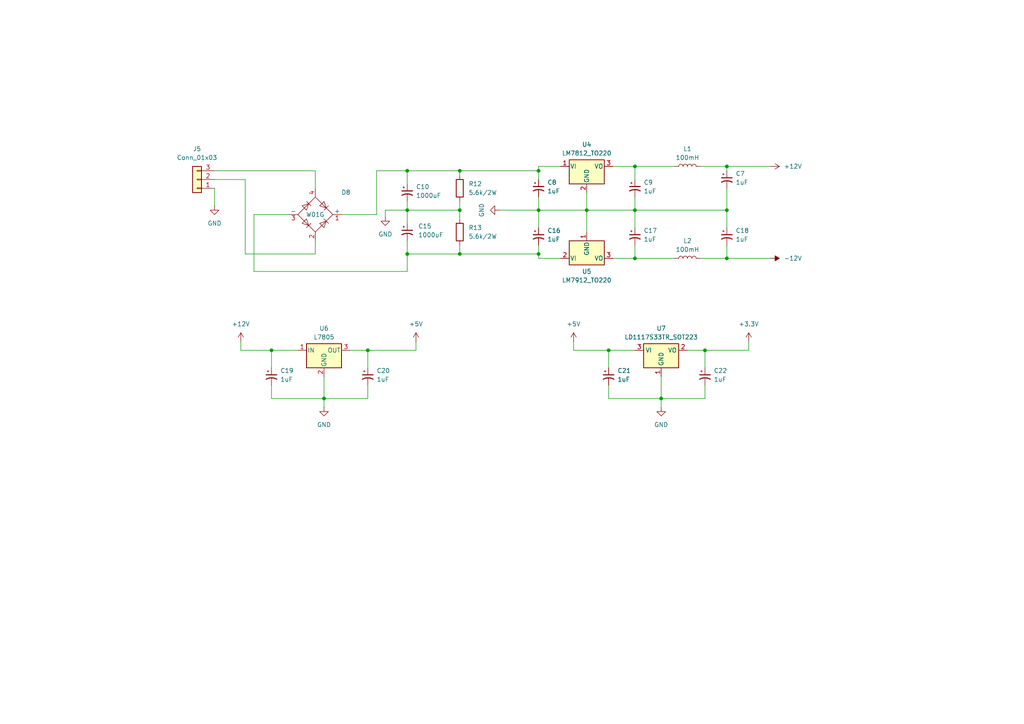
<source format=kicad_sch>
(kicad_sch
	(version 20231120)
	(generator "eeschema")
	(generator_version "8.0")
	(uuid "c2e73128-5c41-4026-945c-e2d845457de1")
	(paper "A4")
	(lib_symbols
		(symbol "Connector_Generic:Conn_01x03"
			(pin_names
				(offset 1.016) hide)
			(exclude_from_sim no)
			(in_bom yes)
			(on_board yes)
			(property "Reference" "J"
				(at 0 5.08 0)
				(effects
					(font
						(size 1.27 1.27)
					)
				)
			)
			(property "Value" "Conn_01x03"
				(at 0 -5.08 0)
				(effects
					(font
						(size 1.27 1.27)
					)
				)
			)
			(property "Footprint" ""
				(at 0 0 0)
				(effects
					(font
						(size 1.27 1.27)
					)
					(hide yes)
				)
			)
			(property "Datasheet" "~"
				(at 0 0 0)
				(effects
					(font
						(size 1.27 1.27)
					)
					(hide yes)
				)
			)
			(property "Description" "Generic connector, single row, 01x03, script generated (kicad-library-utils/schlib/autogen/connector/)"
				(at 0 0 0)
				(effects
					(font
						(size 1.27 1.27)
					)
					(hide yes)
				)
			)
			(property "ki_keywords" "connector"
				(at 0 0 0)
				(effects
					(font
						(size 1.27 1.27)
					)
					(hide yes)
				)
			)
			(property "ki_fp_filters" "Connector*:*_1x??_*"
				(at 0 0 0)
				(effects
					(font
						(size 1.27 1.27)
					)
					(hide yes)
				)
			)
			(symbol "Conn_01x03_1_1"
				(rectangle
					(start -1.27 -2.413)
					(end 0 -2.667)
					(stroke
						(width 0.1524)
						(type default)
					)
					(fill
						(type none)
					)
				)
				(rectangle
					(start -1.27 0.127)
					(end 0 -0.127)
					(stroke
						(width 0.1524)
						(type default)
					)
					(fill
						(type none)
					)
				)
				(rectangle
					(start -1.27 2.667)
					(end 0 2.413)
					(stroke
						(width 0.1524)
						(type default)
					)
					(fill
						(type none)
					)
				)
				(rectangle
					(start -1.27 3.81)
					(end 1.27 -3.81)
					(stroke
						(width 0.254)
						(type default)
					)
					(fill
						(type background)
					)
				)
				(pin passive line
					(at -5.08 2.54 0)
					(length 3.81)
					(name "Pin_1"
						(effects
							(font
								(size 1.27 1.27)
							)
						)
					)
					(number "1"
						(effects
							(font
								(size 1.27 1.27)
							)
						)
					)
				)
				(pin passive line
					(at -5.08 0 0)
					(length 3.81)
					(name "Pin_2"
						(effects
							(font
								(size 1.27 1.27)
							)
						)
					)
					(number "2"
						(effects
							(font
								(size 1.27 1.27)
							)
						)
					)
				)
				(pin passive line
					(at -5.08 -2.54 0)
					(length 3.81)
					(name "Pin_3"
						(effects
							(font
								(size 1.27 1.27)
							)
						)
					)
					(number "3"
						(effects
							(font
								(size 1.27 1.27)
							)
						)
					)
				)
			)
		)
		(symbol "Device:C_Polarized_Small_US"
			(pin_numbers hide)
			(pin_names
				(offset 0.254) hide)
			(exclude_from_sim no)
			(in_bom yes)
			(on_board yes)
			(property "Reference" "C"
				(at 0.254 1.778 0)
				(effects
					(font
						(size 1.27 1.27)
					)
					(justify left)
				)
			)
			(property "Value" "C_Polarized_Small_US"
				(at 0.254 -2.032 0)
				(effects
					(font
						(size 1.27 1.27)
					)
					(justify left)
				)
			)
			(property "Footprint" ""
				(at 0 0 0)
				(effects
					(font
						(size 1.27 1.27)
					)
					(hide yes)
				)
			)
			(property "Datasheet" "~"
				(at 0 0 0)
				(effects
					(font
						(size 1.27 1.27)
					)
					(hide yes)
				)
			)
			(property "Description" "Polarized capacitor, small US symbol"
				(at 0 0 0)
				(effects
					(font
						(size 1.27 1.27)
					)
					(hide yes)
				)
			)
			(property "ki_keywords" "cap capacitor"
				(at 0 0 0)
				(effects
					(font
						(size 1.27 1.27)
					)
					(hide yes)
				)
			)
			(property "ki_fp_filters" "CP_*"
				(at 0 0 0)
				(effects
					(font
						(size 1.27 1.27)
					)
					(hide yes)
				)
			)
			(symbol "C_Polarized_Small_US_0_1"
				(polyline
					(pts
						(xy -1.524 0.508) (xy 1.524 0.508)
					)
					(stroke
						(width 0.3048)
						(type default)
					)
					(fill
						(type none)
					)
				)
				(polyline
					(pts
						(xy -1.27 1.524) (xy -0.762 1.524)
					)
					(stroke
						(width 0)
						(type default)
					)
					(fill
						(type none)
					)
				)
				(polyline
					(pts
						(xy -1.016 1.27) (xy -1.016 1.778)
					)
					(stroke
						(width 0)
						(type default)
					)
					(fill
						(type none)
					)
				)
				(arc
					(start 1.524 -0.762)
					(mid 0 -0.3734)
					(end -1.524 -0.762)
					(stroke
						(width 0.3048)
						(type default)
					)
					(fill
						(type none)
					)
				)
			)
			(symbol "C_Polarized_Small_US_1_1"
				(pin passive line
					(at 0 2.54 270)
					(length 2.032)
					(name "~"
						(effects
							(font
								(size 1.27 1.27)
							)
						)
					)
					(number "1"
						(effects
							(font
								(size 1.27 1.27)
							)
						)
					)
				)
				(pin passive line
					(at 0 -2.54 90)
					(length 2.032)
					(name "~"
						(effects
							(font
								(size 1.27 1.27)
							)
						)
					)
					(number "2"
						(effects
							(font
								(size 1.27 1.27)
							)
						)
					)
				)
			)
		)
		(symbol "Device:L"
			(pin_numbers hide)
			(pin_names
				(offset 1.016) hide)
			(exclude_from_sim no)
			(in_bom yes)
			(on_board yes)
			(property "Reference" "L"
				(at -1.27 0 90)
				(effects
					(font
						(size 1.27 1.27)
					)
				)
			)
			(property "Value" "L"
				(at 1.905 0 90)
				(effects
					(font
						(size 1.27 1.27)
					)
				)
			)
			(property "Footprint" ""
				(at 0 0 0)
				(effects
					(font
						(size 1.27 1.27)
					)
					(hide yes)
				)
			)
			(property "Datasheet" "~"
				(at 0 0 0)
				(effects
					(font
						(size 1.27 1.27)
					)
					(hide yes)
				)
			)
			(property "Description" "Inductor"
				(at 0 0 0)
				(effects
					(font
						(size 1.27 1.27)
					)
					(hide yes)
				)
			)
			(property "ki_keywords" "inductor choke coil reactor magnetic"
				(at 0 0 0)
				(effects
					(font
						(size 1.27 1.27)
					)
					(hide yes)
				)
			)
			(property "ki_fp_filters" "Choke_* *Coil* Inductor_* L_*"
				(at 0 0 0)
				(effects
					(font
						(size 1.27 1.27)
					)
					(hide yes)
				)
			)
			(symbol "L_0_1"
				(arc
					(start 0 -2.54)
					(mid 0.6323 -1.905)
					(end 0 -1.27)
					(stroke
						(width 0)
						(type default)
					)
					(fill
						(type none)
					)
				)
				(arc
					(start 0 -1.27)
					(mid 0.6323 -0.635)
					(end 0 0)
					(stroke
						(width 0)
						(type default)
					)
					(fill
						(type none)
					)
				)
				(arc
					(start 0 0)
					(mid 0.6323 0.635)
					(end 0 1.27)
					(stroke
						(width 0)
						(type default)
					)
					(fill
						(type none)
					)
				)
				(arc
					(start 0 1.27)
					(mid 0.6323 1.905)
					(end 0 2.54)
					(stroke
						(width 0)
						(type default)
					)
					(fill
						(type none)
					)
				)
			)
			(symbol "L_1_1"
				(pin passive line
					(at 0 3.81 270)
					(length 1.27)
					(name "1"
						(effects
							(font
								(size 1.27 1.27)
							)
						)
					)
					(number "1"
						(effects
							(font
								(size 1.27 1.27)
							)
						)
					)
				)
				(pin passive line
					(at 0 -3.81 90)
					(length 1.27)
					(name "2"
						(effects
							(font
								(size 1.27 1.27)
							)
						)
					)
					(number "2"
						(effects
							(font
								(size 1.27 1.27)
							)
						)
					)
				)
			)
		)
		(symbol "Device:R"
			(pin_numbers hide)
			(pin_names
				(offset 0)
			)
			(exclude_from_sim no)
			(in_bom yes)
			(on_board yes)
			(property "Reference" "R"
				(at 2.032 0 90)
				(effects
					(font
						(size 1.27 1.27)
					)
				)
			)
			(property "Value" "R"
				(at 0 0 90)
				(effects
					(font
						(size 1.27 1.27)
					)
				)
			)
			(property "Footprint" ""
				(at -1.778 0 90)
				(effects
					(font
						(size 1.27 1.27)
					)
					(hide yes)
				)
			)
			(property "Datasheet" "~"
				(at 0 0 0)
				(effects
					(font
						(size 1.27 1.27)
					)
					(hide yes)
				)
			)
			(property "Description" "Resistor"
				(at 0 0 0)
				(effects
					(font
						(size 1.27 1.27)
					)
					(hide yes)
				)
			)
			(property "ki_keywords" "R res resistor"
				(at 0 0 0)
				(effects
					(font
						(size 1.27 1.27)
					)
					(hide yes)
				)
			)
			(property "ki_fp_filters" "R_*"
				(at 0 0 0)
				(effects
					(font
						(size 1.27 1.27)
					)
					(hide yes)
				)
			)
			(symbol "R_0_1"
				(rectangle
					(start -1.016 -2.54)
					(end 1.016 2.54)
					(stroke
						(width 0.254)
						(type default)
					)
					(fill
						(type none)
					)
				)
			)
			(symbol "R_1_1"
				(pin passive line
					(at 0 3.81 270)
					(length 1.27)
					(name "~"
						(effects
							(font
								(size 1.27 1.27)
							)
						)
					)
					(number "1"
						(effects
							(font
								(size 1.27 1.27)
							)
						)
					)
				)
				(pin passive line
					(at 0 -3.81 90)
					(length 1.27)
					(name "~"
						(effects
							(font
								(size 1.27 1.27)
							)
						)
					)
					(number "2"
						(effects
							(font
								(size 1.27 1.27)
							)
						)
					)
				)
			)
		)
		(symbol "Diode_Bridge:W01G"
			(pin_names
				(offset 0)
			)
			(exclude_from_sim no)
			(in_bom yes)
			(on_board yes)
			(property "Reference" "D"
				(at 2.54 6.985 0)
				(effects
					(font
						(size 1.27 1.27)
					)
					(justify left)
				)
			)
			(property "Value" "W01G"
				(at 2.54 5.08 0)
				(effects
					(font
						(size 1.27 1.27)
					)
					(justify left)
				)
			)
			(property "Footprint" "Diode_THT:Diode_Bridge_Round_D9.8mm"
				(at 3.81 3.175 0)
				(effects
					(font
						(size 1.27 1.27)
					)
					(justify left)
					(hide yes)
				)
			)
			(property "Datasheet" "https://www.vishay.com/docs/88769/woo5g.pdf"
				(at 0 0 0)
				(effects
					(font
						(size 1.27 1.27)
					)
					(hide yes)
				)
			)
			(property "Description" "Glass Passivated Single-Phase Bridge Rectifier, 70V Vrms, 1.5A If, WOG package"
				(at 0 0 0)
				(effects
					(font
						(size 1.27 1.27)
					)
					(hide yes)
				)
			)
			(property "ki_keywords" "Bridge Rectifier acdc"
				(at 0 0 0)
				(effects
					(font
						(size 1.27 1.27)
					)
					(hide yes)
				)
			)
			(property "ki_fp_filters" "D*Bridge*Round*D9.8mm*"
				(at 0 0 0)
				(effects
					(font
						(size 1.27 1.27)
					)
					(hide yes)
				)
			)
			(symbol "W01G_0_1"
				(polyline
					(pts
						(xy -2.54 3.81) (xy -1.27 2.54)
					)
					(stroke
						(width 0)
						(type default)
					)
					(fill
						(type none)
					)
				)
				(polyline
					(pts
						(xy -1.27 -2.54) (xy -2.54 -3.81)
					)
					(stroke
						(width 0)
						(type default)
					)
					(fill
						(type none)
					)
				)
				(polyline
					(pts
						(xy 2.54 -1.27) (xy 3.81 -2.54)
					)
					(stroke
						(width 0)
						(type default)
					)
					(fill
						(type none)
					)
				)
				(polyline
					(pts
						(xy 2.54 1.27) (xy 3.81 2.54)
					)
					(stroke
						(width 0)
						(type default)
					)
					(fill
						(type none)
					)
				)
				(polyline
					(pts
						(xy -3.81 2.54) (xy -2.54 1.27) (xy -1.905 3.175) (xy -3.81 2.54)
					)
					(stroke
						(width 0)
						(type default)
					)
					(fill
						(type none)
					)
				)
				(polyline
					(pts
						(xy -2.54 -1.27) (xy -3.81 -2.54) (xy -1.905 -3.175) (xy -2.54 -1.27)
					)
					(stroke
						(width 0)
						(type default)
					)
					(fill
						(type none)
					)
				)
				(polyline
					(pts
						(xy 1.27 2.54) (xy 2.54 3.81) (xy 3.175 1.905) (xy 1.27 2.54)
					)
					(stroke
						(width 0)
						(type default)
					)
					(fill
						(type none)
					)
				)
				(polyline
					(pts
						(xy 3.175 -1.905) (xy 1.27 -2.54) (xy 2.54 -3.81) (xy 3.175 -1.905)
					)
					(stroke
						(width 0)
						(type default)
					)
					(fill
						(type none)
					)
				)
				(polyline
					(pts
						(xy -5.08 0) (xy 0 -5.08) (xy 5.08 0) (xy 0 5.08) (xy -5.08 0)
					)
					(stroke
						(width 0)
						(type default)
					)
					(fill
						(type none)
					)
				)
			)
			(symbol "W01G_1_1"
				(pin passive line
					(at 7.62 0 180)
					(length 2.54)
					(name "+"
						(effects
							(font
								(size 1.27 1.27)
							)
						)
					)
					(number "1"
						(effects
							(font
								(size 1.27 1.27)
							)
						)
					)
				)
				(pin passive line
					(at 0 -7.62 90)
					(length 2.54)
					(name "~"
						(effects
							(font
								(size 1.27 1.27)
							)
						)
					)
					(number "2"
						(effects
							(font
								(size 1.27 1.27)
							)
						)
					)
				)
				(pin passive line
					(at -7.62 0 0)
					(length 2.54)
					(name "-"
						(effects
							(font
								(size 1.27 1.27)
							)
						)
					)
					(number "3"
						(effects
							(font
								(size 1.27 1.27)
							)
						)
					)
				)
				(pin passive line
					(at 0 7.62 270)
					(length 2.54)
					(name "~"
						(effects
							(font
								(size 1.27 1.27)
							)
						)
					)
					(number "4"
						(effects
							(font
								(size 1.27 1.27)
							)
						)
					)
				)
			)
		)
		(symbol "Regulator_Linear:L7805"
			(pin_names
				(offset 0.254)
			)
			(exclude_from_sim no)
			(in_bom yes)
			(on_board yes)
			(property "Reference" "U"
				(at -3.81 3.175 0)
				(effects
					(font
						(size 1.27 1.27)
					)
				)
			)
			(property "Value" "L7805"
				(at 0 3.175 0)
				(effects
					(font
						(size 1.27 1.27)
					)
					(justify left)
				)
			)
			(property "Footprint" ""
				(at 0.635 -3.81 0)
				(effects
					(font
						(size 1.27 1.27)
						(italic yes)
					)
					(justify left)
					(hide yes)
				)
			)
			(property "Datasheet" "http://www.st.com/content/ccc/resource/technical/document/datasheet/41/4f/b3/b0/12/d4/47/88/CD00000444.pdf/files/CD00000444.pdf/jcr:content/translations/en.CD00000444.pdf"
				(at 0 -1.27 0)
				(effects
					(font
						(size 1.27 1.27)
					)
					(hide yes)
				)
			)
			(property "Description" "Positive 1.5A 35V Linear Regulator, Fixed Output 5V, TO-220/TO-263/TO-252"
				(at 0 0 0)
				(effects
					(font
						(size 1.27 1.27)
					)
					(hide yes)
				)
			)
			(property "ki_keywords" "Voltage Regulator 1.5A Positive"
				(at 0 0 0)
				(effects
					(font
						(size 1.27 1.27)
					)
					(hide yes)
				)
			)
			(property "ki_fp_filters" "TO?252* TO?263* TO?220*"
				(at 0 0 0)
				(effects
					(font
						(size 1.27 1.27)
					)
					(hide yes)
				)
			)
			(symbol "L7805_0_1"
				(rectangle
					(start -5.08 1.905)
					(end 5.08 -5.08)
					(stroke
						(width 0.254)
						(type default)
					)
					(fill
						(type background)
					)
				)
			)
			(symbol "L7805_1_1"
				(pin power_in line
					(at -7.62 0 0)
					(length 2.54)
					(name "IN"
						(effects
							(font
								(size 1.27 1.27)
							)
						)
					)
					(number "1"
						(effects
							(font
								(size 1.27 1.27)
							)
						)
					)
				)
				(pin power_in line
					(at 0 -7.62 90)
					(length 2.54)
					(name "GND"
						(effects
							(font
								(size 1.27 1.27)
							)
						)
					)
					(number "2"
						(effects
							(font
								(size 1.27 1.27)
							)
						)
					)
				)
				(pin power_out line
					(at 7.62 0 180)
					(length 2.54)
					(name "OUT"
						(effects
							(font
								(size 1.27 1.27)
							)
						)
					)
					(number "3"
						(effects
							(font
								(size 1.27 1.27)
							)
						)
					)
				)
			)
		)
		(symbol "Regulator_Linear:LD1117S33TR_SOT223"
			(exclude_from_sim no)
			(in_bom yes)
			(on_board yes)
			(property "Reference" "U"
				(at -3.81 3.175 0)
				(effects
					(font
						(size 1.27 1.27)
					)
				)
			)
			(property "Value" "LD1117S33TR_SOT223"
				(at 0 3.175 0)
				(effects
					(font
						(size 1.27 1.27)
					)
					(justify left)
				)
			)
			(property "Footprint" "Package_TO_SOT_SMD:SOT-223-3_TabPin2"
				(at 0 5.08 0)
				(effects
					(font
						(size 1.27 1.27)
					)
					(hide yes)
				)
			)
			(property "Datasheet" "http://www.st.com/st-web-ui/static/active/en/resource/technical/document/datasheet/CD00000544.pdf"
				(at 2.54 -6.35 0)
				(effects
					(font
						(size 1.27 1.27)
					)
					(hide yes)
				)
			)
			(property "Description" "800mA Fixed Low Drop Positive Voltage Regulator, Fixed Output 3.3V, SOT-223"
				(at 0 0 0)
				(effects
					(font
						(size 1.27 1.27)
					)
					(hide yes)
				)
			)
			(property "ki_keywords" "REGULATOR LDO 3.3V"
				(at 0 0 0)
				(effects
					(font
						(size 1.27 1.27)
					)
					(hide yes)
				)
			)
			(property "ki_fp_filters" "SOT?223*TabPin2*"
				(at 0 0 0)
				(effects
					(font
						(size 1.27 1.27)
					)
					(hide yes)
				)
			)
			(symbol "LD1117S33TR_SOT223_0_1"
				(rectangle
					(start -5.08 -5.08)
					(end 5.08 1.905)
					(stroke
						(width 0.254)
						(type default)
					)
					(fill
						(type background)
					)
				)
			)
			(symbol "LD1117S33TR_SOT223_1_1"
				(pin power_in line
					(at 0 -7.62 90)
					(length 2.54)
					(name "GND"
						(effects
							(font
								(size 1.27 1.27)
							)
						)
					)
					(number "1"
						(effects
							(font
								(size 1.27 1.27)
							)
						)
					)
				)
				(pin power_out line
					(at 7.62 0 180)
					(length 2.54)
					(name "VO"
						(effects
							(font
								(size 1.27 1.27)
							)
						)
					)
					(number "2"
						(effects
							(font
								(size 1.27 1.27)
							)
						)
					)
				)
				(pin power_in line
					(at -7.62 0 0)
					(length 2.54)
					(name "VI"
						(effects
							(font
								(size 1.27 1.27)
							)
						)
					)
					(number "3"
						(effects
							(font
								(size 1.27 1.27)
							)
						)
					)
				)
			)
		)
		(symbol "Regulator_Linear:LM7812_TO220"
			(pin_names
				(offset 0.254)
			)
			(exclude_from_sim no)
			(in_bom yes)
			(on_board yes)
			(property "Reference" "U"
				(at -3.81 3.175 0)
				(effects
					(font
						(size 1.27 1.27)
					)
				)
			)
			(property "Value" "LM7812_TO220"
				(at 0 3.175 0)
				(effects
					(font
						(size 1.27 1.27)
					)
					(justify left)
				)
			)
			(property "Footprint" "Package_TO_SOT_THT:TO-220-3_Vertical"
				(at 0 5.715 0)
				(effects
					(font
						(size 1.27 1.27)
						(italic yes)
					)
					(hide yes)
				)
			)
			(property "Datasheet" "https://www.onsemi.cn/PowerSolutions/document/MC7800-D.PDF"
				(at 0 -1.27 0)
				(effects
					(font
						(size 1.27 1.27)
					)
					(hide yes)
				)
			)
			(property "Description" "Positive 1A 35V Linear Regulator, Fixed Output 12V, TO-220"
				(at 0 0 0)
				(effects
					(font
						(size 1.27 1.27)
					)
					(hide yes)
				)
			)
			(property "ki_keywords" "Voltage Regulator 1A Positive"
				(at 0 0 0)
				(effects
					(font
						(size 1.27 1.27)
					)
					(hide yes)
				)
			)
			(property "ki_fp_filters" "TO?220*"
				(at 0 0 0)
				(effects
					(font
						(size 1.27 1.27)
					)
					(hide yes)
				)
			)
			(symbol "LM7812_TO220_0_1"
				(rectangle
					(start -5.08 1.905)
					(end 5.08 -5.08)
					(stroke
						(width 0.254)
						(type default)
					)
					(fill
						(type background)
					)
				)
			)
			(symbol "LM7812_TO220_1_1"
				(pin power_in line
					(at -7.62 0 0)
					(length 2.54)
					(name "VI"
						(effects
							(font
								(size 1.27 1.27)
							)
						)
					)
					(number "1"
						(effects
							(font
								(size 1.27 1.27)
							)
						)
					)
				)
				(pin power_in line
					(at 0 -7.62 90)
					(length 2.54)
					(name "GND"
						(effects
							(font
								(size 1.27 1.27)
							)
						)
					)
					(number "2"
						(effects
							(font
								(size 1.27 1.27)
							)
						)
					)
				)
				(pin power_out line
					(at 7.62 0 180)
					(length 2.54)
					(name "VO"
						(effects
							(font
								(size 1.27 1.27)
							)
						)
					)
					(number "3"
						(effects
							(font
								(size 1.27 1.27)
							)
						)
					)
				)
			)
		)
		(symbol "Regulator_Linear:LM7912_TO220"
			(pin_names
				(offset 0.254)
			)
			(exclude_from_sim no)
			(in_bom yes)
			(on_board yes)
			(property "Reference" "U"
				(at -3.81 -3.175 0)
				(effects
					(font
						(size 1.27 1.27)
					)
				)
			)
			(property "Value" "LM7912_TO220"
				(at 0 -3.175 0)
				(effects
					(font
						(size 1.27 1.27)
					)
					(justify left)
				)
			)
			(property "Footprint" "Package_TO_SOT_THT:TO-220-3_Vertical"
				(at 0 -5.08 0)
				(effects
					(font
						(size 1.27 1.27)
						(italic yes)
					)
					(hide yes)
				)
			)
			(property "Datasheet" "hhttps://www.onsemi.com/pub/Collateral/MC7900-D.PDF"
				(at 0 0 0)
				(effects
					(font
						(size 1.27 1.27)
					)
					(hide yes)
				)
			)
			(property "Description" "Negative 1A 35V Linear Regulator, Fixed Output 12V, TO-220"
				(at 0 0 0)
				(effects
					(font
						(size 1.27 1.27)
					)
					(hide yes)
				)
			)
			(property "ki_keywords" "Voltage Regulator 1A Negative"
				(at 0 0 0)
				(effects
					(font
						(size 1.27 1.27)
					)
					(hide yes)
				)
			)
			(property "ki_fp_filters" "TO?220*"
				(at 0 0 0)
				(effects
					(font
						(size 1.27 1.27)
					)
					(hide yes)
				)
			)
			(symbol "LM7912_TO220_0_1"
				(rectangle
					(start -5.08 5.08)
					(end 5.08 -1.905)
					(stroke
						(width 0.254)
						(type default)
					)
					(fill
						(type background)
					)
				)
			)
			(symbol "LM7912_TO220_1_1"
				(pin power_in line
					(at 0 7.62 270)
					(length 2.54)
					(name "GND"
						(effects
							(font
								(size 1.27 1.27)
							)
						)
					)
					(number "1"
						(effects
							(font
								(size 1.27 1.27)
							)
						)
					)
				)
				(pin power_in line
					(at -7.62 0 0)
					(length 2.54)
					(name "VI"
						(effects
							(font
								(size 1.27 1.27)
							)
						)
					)
					(number "2"
						(effects
							(font
								(size 1.27 1.27)
							)
						)
					)
				)
				(pin power_out line
					(at 7.62 0 180)
					(length 2.54)
					(name "VO"
						(effects
							(font
								(size 1.27 1.27)
							)
						)
					)
					(number "3"
						(effects
							(font
								(size 1.27 1.27)
							)
						)
					)
				)
			)
		)
		(symbol "power:+12V"
			(power)
			(pin_numbers hide)
			(pin_names
				(offset 0) hide)
			(exclude_from_sim no)
			(in_bom yes)
			(on_board yes)
			(property "Reference" "#PWR"
				(at 0 -3.81 0)
				(effects
					(font
						(size 1.27 1.27)
					)
					(hide yes)
				)
			)
			(property "Value" "+12V"
				(at 0 3.556 0)
				(effects
					(font
						(size 1.27 1.27)
					)
				)
			)
			(property "Footprint" ""
				(at 0 0 0)
				(effects
					(font
						(size 1.27 1.27)
					)
					(hide yes)
				)
			)
			(property "Datasheet" ""
				(at 0 0 0)
				(effects
					(font
						(size 1.27 1.27)
					)
					(hide yes)
				)
			)
			(property "Description" "Power symbol creates a global label with name \"+12V\""
				(at 0 0 0)
				(effects
					(font
						(size 1.27 1.27)
					)
					(hide yes)
				)
			)
			(property "ki_keywords" "global power"
				(at 0 0 0)
				(effects
					(font
						(size 1.27 1.27)
					)
					(hide yes)
				)
			)
			(symbol "+12V_0_1"
				(polyline
					(pts
						(xy -0.762 1.27) (xy 0 2.54)
					)
					(stroke
						(width 0)
						(type default)
					)
					(fill
						(type none)
					)
				)
				(polyline
					(pts
						(xy 0 0) (xy 0 2.54)
					)
					(stroke
						(width 0)
						(type default)
					)
					(fill
						(type none)
					)
				)
				(polyline
					(pts
						(xy 0 2.54) (xy 0.762 1.27)
					)
					(stroke
						(width 0)
						(type default)
					)
					(fill
						(type none)
					)
				)
			)
			(symbol "+12V_1_1"
				(pin power_in line
					(at 0 0 90)
					(length 0)
					(name "~"
						(effects
							(font
								(size 1.27 1.27)
							)
						)
					)
					(number "1"
						(effects
							(font
								(size 1.27 1.27)
							)
						)
					)
				)
			)
		)
		(symbol "power:+3.3V"
			(power)
			(pin_numbers hide)
			(pin_names
				(offset 0) hide)
			(exclude_from_sim no)
			(in_bom yes)
			(on_board yes)
			(property "Reference" "#PWR"
				(at 0 -3.81 0)
				(effects
					(font
						(size 1.27 1.27)
					)
					(hide yes)
				)
			)
			(property "Value" "+3.3V"
				(at 0 3.556 0)
				(effects
					(font
						(size 1.27 1.27)
					)
				)
			)
			(property "Footprint" ""
				(at 0 0 0)
				(effects
					(font
						(size 1.27 1.27)
					)
					(hide yes)
				)
			)
			(property "Datasheet" ""
				(at 0 0 0)
				(effects
					(font
						(size 1.27 1.27)
					)
					(hide yes)
				)
			)
			(property "Description" "Power symbol creates a global label with name \"+3.3V\""
				(at 0 0 0)
				(effects
					(font
						(size 1.27 1.27)
					)
					(hide yes)
				)
			)
			(property "ki_keywords" "global power"
				(at 0 0 0)
				(effects
					(font
						(size 1.27 1.27)
					)
					(hide yes)
				)
			)
			(symbol "+3.3V_0_1"
				(polyline
					(pts
						(xy -0.762 1.27) (xy 0 2.54)
					)
					(stroke
						(width 0)
						(type default)
					)
					(fill
						(type none)
					)
				)
				(polyline
					(pts
						(xy 0 0) (xy 0 2.54)
					)
					(stroke
						(width 0)
						(type default)
					)
					(fill
						(type none)
					)
				)
				(polyline
					(pts
						(xy 0 2.54) (xy 0.762 1.27)
					)
					(stroke
						(width 0)
						(type default)
					)
					(fill
						(type none)
					)
				)
			)
			(symbol "+3.3V_1_1"
				(pin power_in line
					(at 0 0 90)
					(length 0)
					(name "~"
						(effects
							(font
								(size 1.27 1.27)
							)
						)
					)
					(number "1"
						(effects
							(font
								(size 1.27 1.27)
							)
						)
					)
				)
			)
		)
		(symbol "power:+5V"
			(power)
			(pin_numbers hide)
			(pin_names
				(offset 0) hide)
			(exclude_from_sim no)
			(in_bom yes)
			(on_board yes)
			(property "Reference" "#PWR"
				(at 0 -3.81 0)
				(effects
					(font
						(size 1.27 1.27)
					)
					(hide yes)
				)
			)
			(property "Value" "+5V"
				(at 0 3.556 0)
				(effects
					(font
						(size 1.27 1.27)
					)
				)
			)
			(property "Footprint" ""
				(at 0 0 0)
				(effects
					(font
						(size 1.27 1.27)
					)
					(hide yes)
				)
			)
			(property "Datasheet" ""
				(at 0 0 0)
				(effects
					(font
						(size 1.27 1.27)
					)
					(hide yes)
				)
			)
			(property "Description" "Power symbol creates a global label with name \"+5V\""
				(at 0 0 0)
				(effects
					(font
						(size 1.27 1.27)
					)
					(hide yes)
				)
			)
			(property "ki_keywords" "global power"
				(at 0 0 0)
				(effects
					(font
						(size 1.27 1.27)
					)
					(hide yes)
				)
			)
			(symbol "+5V_0_1"
				(polyline
					(pts
						(xy -0.762 1.27) (xy 0 2.54)
					)
					(stroke
						(width 0)
						(type default)
					)
					(fill
						(type none)
					)
				)
				(polyline
					(pts
						(xy 0 0) (xy 0 2.54)
					)
					(stroke
						(width 0)
						(type default)
					)
					(fill
						(type none)
					)
				)
				(polyline
					(pts
						(xy 0 2.54) (xy 0.762 1.27)
					)
					(stroke
						(width 0)
						(type default)
					)
					(fill
						(type none)
					)
				)
			)
			(symbol "+5V_1_1"
				(pin power_in line
					(at 0 0 90)
					(length 0)
					(name "~"
						(effects
							(font
								(size 1.27 1.27)
							)
						)
					)
					(number "1"
						(effects
							(font
								(size 1.27 1.27)
							)
						)
					)
				)
			)
		)
		(symbol "power:-12V"
			(power)
			(pin_numbers hide)
			(pin_names
				(offset 0) hide)
			(exclude_from_sim no)
			(in_bom yes)
			(on_board yes)
			(property "Reference" "#PWR"
				(at 0 -3.81 0)
				(effects
					(font
						(size 1.27 1.27)
					)
					(hide yes)
				)
			)
			(property "Value" "-12V"
				(at 0 3.556 0)
				(effects
					(font
						(size 1.27 1.27)
					)
				)
			)
			(property "Footprint" ""
				(at 0 0 0)
				(effects
					(font
						(size 1.27 1.27)
					)
					(hide yes)
				)
			)
			(property "Datasheet" ""
				(at 0 0 0)
				(effects
					(font
						(size 1.27 1.27)
					)
					(hide yes)
				)
			)
			(property "Description" "Power symbol creates a global label with name \"-12V\""
				(at 0 0 0)
				(effects
					(font
						(size 1.27 1.27)
					)
					(hide yes)
				)
			)
			(property "ki_keywords" "global power"
				(at 0 0 0)
				(effects
					(font
						(size 1.27 1.27)
					)
					(hide yes)
				)
			)
			(symbol "-12V_0_0"
				(pin power_in line
					(at 0 0 90)
					(length 0)
					(name "~"
						(effects
							(font
								(size 1.27 1.27)
							)
						)
					)
					(number "1"
						(effects
							(font
								(size 1.27 1.27)
							)
						)
					)
				)
			)
			(symbol "-12V_0_1"
				(polyline
					(pts
						(xy 0 0) (xy 0 1.27) (xy 0.762 1.27) (xy 0 2.54) (xy -0.762 1.27) (xy 0 1.27)
					)
					(stroke
						(width 0)
						(type default)
					)
					(fill
						(type outline)
					)
				)
			)
		)
		(symbol "power:GND"
			(power)
			(pin_numbers hide)
			(pin_names
				(offset 0) hide)
			(exclude_from_sim no)
			(in_bom yes)
			(on_board yes)
			(property "Reference" "#PWR"
				(at 0 -6.35 0)
				(effects
					(font
						(size 1.27 1.27)
					)
					(hide yes)
				)
			)
			(property "Value" "GND"
				(at 0 -3.81 0)
				(effects
					(font
						(size 1.27 1.27)
					)
				)
			)
			(property "Footprint" ""
				(at 0 0 0)
				(effects
					(font
						(size 1.27 1.27)
					)
					(hide yes)
				)
			)
			(property "Datasheet" ""
				(at 0 0 0)
				(effects
					(font
						(size 1.27 1.27)
					)
					(hide yes)
				)
			)
			(property "Description" "Power symbol creates a global label with name \"GND\" , ground"
				(at 0 0 0)
				(effects
					(font
						(size 1.27 1.27)
					)
					(hide yes)
				)
			)
			(property "ki_keywords" "global power"
				(at 0 0 0)
				(effects
					(font
						(size 1.27 1.27)
					)
					(hide yes)
				)
			)
			(symbol "GND_0_1"
				(polyline
					(pts
						(xy 0 0) (xy 0 -1.27) (xy 1.27 -1.27) (xy 0 -2.54) (xy -1.27 -1.27) (xy 0 -1.27)
					)
					(stroke
						(width 0)
						(type default)
					)
					(fill
						(type none)
					)
				)
			)
			(symbol "GND_1_1"
				(pin power_in line
					(at 0 0 270)
					(length 0)
					(name "~"
						(effects
							(font
								(size 1.27 1.27)
							)
						)
					)
					(number "1"
						(effects
							(font
								(size 1.27 1.27)
							)
						)
					)
				)
			)
		)
	)
	(junction
		(at 78.74 101.6)
		(diameter 0)
		(color 0 0 0 0)
		(uuid "1956c86d-7e07-4a2a-a214-a19a57c1c88f")
	)
	(junction
		(at 204.47 101.6)
		(diameter 0)
		(color 0 0 0 0)
		(uuid "24aa965c-fa43-4aef-8504-0d808e875859")
	)
	(junction
		(at 118.11 60.96)
		(diameter 0)
		(color 0 0 0 0)
		(uuid "2aa67f72-f240-49b1-82d2-dbe4ec3b554d")
	)
	(junction
		(at 156.21 73.66)
		(diameter 0)
		(color 0 0 0 0)
		(uuid "39710400-aeba-4568-8f65-bb5c1d41f82a")
	)
	(junction
		(at 118.11 73.66)
		(diameter 0)
		(color 0 0 0 0)
		(uuid "513443b9-57cb-4971-94fc-c242a150cf8f")
	)
	(junction
		(at 210.82 60.96)
		(diameter 0)
		(color 0 0 0 0)
		(uuid "51ca058e-5861-4ec1-8b00-68da808155e1")
	)
	(junction
		(at 118.11 49.53)
		(diameter 0)
		(color 0 0 0 0)
		(uuid "52f60643-e838-41d3-a930-5907a354876a")
	)
	(junction
		(at 170.18 60.96)
		(diameter 0)
		(color 0 0 0 0)
		(uuid "5cd18e74-bd31-43f7-bbab-3ce9cb6905bd")
	)
	(junction
		(at 210.82 74.93)
		(diameter 0)
		(color 0 0 0 0)
		(uuid "69dc63f8-d369-47a9-a847-d04428f3aa6c")
	)
	(junction
		(at 176.53 101.6)
		(diameter 0)
		(color 0 0 0 0)
		(uuid "6d2d6a33-8ca0-46ef-bd6d-1966ffc71f84")
	)
	(junction
		(at 184.15 74.93)
		(diameter 0)
		(color 0 0 0 0)
		(uuid "71fc2504-21ae-422c-a3a0-e0f8df23a7bc")
	)
	(junction
		(at 93.98 115.57)
		(diameter 0)
		(color 0 0 0 0)
		(uuid "82af9dcb-8489-4f8b-b0e2-be66c87e7428")
	)
	(junction
		(at 133.35 49.53)
		(diameter 0)
		(color 0 0 0 0)
		(uuid "8e73597f-e79a-4278-9ad9-1afc1208428b")
	)
	(junction
		(at 133.35 60.96)
		(diameter 0)
		(color 0 0 0 0)
		(uuid "94886e5f-9cf0-44ad-9558-2df139267396")
	)
	(junction
		(at 156.21 49.53)
		(diameter 0)
		(color 0 0 0 0)
		(uuid "a27ac0df-2c72-49a9-8ccb-6f7eb1238b58")
	)
	(junction
		(at 184.15 60.96)
		(diameter 0)
		(color 0 0 0 0)
		(uuid "ac74dd68-bf66-4c89-9335-06133311a80d")
	)
	(junction
		(at 133.35 73.66)
		(diameter 0)
		(color 0 0 0 0)
		(uuid "b573a1d6-1bdc-4845-b430-3a6bfa29a2c1")
	)
	(junction
		(at 210.82 48.26)
		(diameter 0)
		(color 0 0 0 0)
		(uuid "c0bd2108-ac1d-4375-b6fc-62bedd443e7d")
	)
	(junction
		(at 191.77 115.57)
		(diameter 0)
		(color 0 0 0 0)
		(uuid "cc133a01-9649-4f9e-b3df-159b2bc202e7")
	)
	(junction
		(at 106.68 101.6)
		(diameter 0)
		(color 0 0 0 0)
		(uuid "db513ac7-fef2-4e6d-8f2e-63c6612b37e6")
	)
	(junction
		(at 156.21 60.96)
		(diameter 0)
		(color 0 0 0 0)
		(uuid "f1b31bd1-5f48-4016-af1a-91a3b602e95b")
	)
	(junction
		(at 184.15 48.26)
		(diameter 0)
		(color 0 0 0 0)
		(uuid "f940ad93-8998-476b-a6d2-a82bd681838b")
	)
	(wire
		(pts
			(xy 106.68 111.76) (xy 106.68 115.57)
		)
		(stroke
			(width 0)
			(type default)
		)
		(uuid "02403944-3d35-4539-8c79-0b044533cfb2")
	)
	(wire
		(pts
			(xy 62.23 49.53) (xy 91.44 49.53)
		)
		(stroke
			(width 0)
			(type default)
		)
		(uuid "024d9c05-6275-4215-a357-49759acedc61")
	)
	(wire
		(pts
			(xy 184.15 101.6) (xy 176.53 101.6)
		)
		(stroke
			(width 0)
			(type default)
		)
		(uuid "06354880-0e65-499c-a370-2a503beaca72")
	)
	(wire
		(pts
			(xy 156.21 49.53) (xy 156.21 52.07)
		)
		(stroke
			(width 0)
			(type default)
		)
		(uuid "148d066e-d836-4c4a-a4d0-5900df3daa9c")
	)
	(wire
		(pts
			(xy 118.11 49.53) (xy 133.35 49.53)
		)
		(stroke
			(width 0)
			(type default)
		)
		(uuid "190084e6-3cc6-42d0-a4b1-ff6c231c566c")
	)
	(wire
		(pts
			(xy 118.11 58.42) (xy 118.11 60.96)
		)
		(stroke
			(width 0)
			(type default)
		)
		(uuid "19183692-0e2a-4c7c-8eb0-c24979c999ce")
	)
	(wire
		(pts
			(xy 166.37 101.6) (xy 176.53 101.6)
		)
		(stroke
			(width 0)
			(type default)
		)
		(uuid "1cb4ddc0-58c9-42f1-ba80-86c8228c3c68")
	)
	(wire
		(pts
			(xy 93.98 118.11) (xy 93.98 115.57)
		)
		(stroke
			(width 0)
			(type default)
		)
		(uuid "1d1a4f49-7626-4c74-a965-3776cd99aef5")
	)
	(wire
		(pts
			(xy 156.21 48.26) (xy 156.21 49.53)
		)
		(stroke
			(width 0)
			(type default)
		)
		(uuid "1d8d595c-1d5e-4172-9754-a2315a3dc1b0")
	)
	(wire
		(pts
			(xy 156.21 74.93) (xy 156.21 73.66)
		)
		(stroke
			(width 0)
			(type default)
		)
		(uuid "1ef7934e-e847-4641-b1d8-dc86075dd280")
	)
	(wire
		(pts
			(xy 176.53 101.6) (xy 176.53 106.68)
		)
		(stroke
			(width 0)
			(type default)
		)
		(uuid "25e6cd10-9254-4f7f-b232-477809825646")
	)
	(wire
		(pts
			(xy 156.21 60.96) (xy 156.21 66.04)
		)
		(stroke
			(width 0)
			(type default)
		)
		(uuid "294a079e-58ab-4d07-8331-b354da90ae43")
	)
	(wire
		(pts
			(xy 106.68 106.68) (xy 106.68 101.6)
		)
		(stroke
			(width 0)
			(type default)
		)
		(uuid "2a730e6e-46d9-48d3-83fd-23e4b92e6b1b")
	)
	(wire
		(pts
			(xy 78.74 111.76) (xy 78.74 115.57)
		)
		(stroke
			(width 0)
			(type default)
		)
		(uuid "2ed9b190-275e-47a6-b01b-ba7ced4076f3")
	)
	(wire
		(pts
			(xy 133.35 50.8) (xy 133.35 49.53)
		)
		(stroke
			(width 0)
			(type default)
		)
		(uuid "36850a83-e1b8-4e98-83b2-88692ab18833")
	)
	(wire
		(pts
			(xy 210.82 48.26) (xy 210.82 49.53)
		)
		(stroke
			(width 0)
			(type default)
		)
		(uuid "375f2434-11f8-4c27-b3c1-6addf4210359")
	)
	(wire
		(pts
			(xy 78.74 115.57) (xy 93.98 115.57)
		)
		(stroke
			(width 0)
			(type default)
		)
		(uuid "382dadb4-6641-4f49-8e60-fbe23b679686")
	)
	(wire
		(pts
			(xy 184.15 74.93) (xy 177.8 74.93)
		)
		(stroke
			(width 0)
			(type default)
		)
		(uuid "3f48e4a0-d7fb-435a-8337-302006e2e424")
	)
	(wire
		(pts
			(xy 133.35 58.42) (xy 133.35 60.96)
		)
		(stroke
			(width 0)
			(type default)
		)
		(uuid "44cfcd93-1348-4920-b4e4-9f8a87e5ed88")
	)
	(wire
		(pts
			(xy 217.17 99.06) (xy 217.17 101.6)
		)
		(stroke
			(width 0)
			(type default)
		)
		(uuid "45540c95-094b-415f-aa5f-7be4873c8685")
	)
	(wire
		(pts
			(xy 199.39 101.6) (xy 204.47 101.6)
		)
		(stroke
			(width 0)
			(type default)
		)
		(uuid "457b3ec2-41c5-4d01-ba20-84eeeb64cfaf")
	)
	(wire
		(pts
			(xy 106.68 101.6) (xy 120.65 101.6)
		)
		(stroke
			(width 0)
			(type default)
		)
		(uuid "47a84a4f-5256-447c-89ae-8d427db89c0e")
	)
	(wire
		(pts
			(xy 109.22 49.53) (xy 109.22 62.23)
		)
		(stroke
			(width 0)
			(type default)
		)
		(uuid "48d75740-8a3a-41f1-a6eb-3ccefe481209")
	)
	(wire
		(pts
			(xy 109.22 62.23) (xy 99.06 62.23)
		)
		(stroke
			(width 0)
			(type default)
		)
		(uuid "4e64d4f2-5f8c-460d-9f6e-757695d3ab4c")
	)
	(wire
		(pts
			(xy 73.66 62.23) (xy 83.82 62.23)
		)
		(stroke
			(width 0)
			(type default)
		)
		(uuid "529c3b18-498b-4dd4-a076-9a5f2ebb5961")
	)
	(wire
		(pts
			(xy 210.82 71.12) (xy 210.82 74.93)
		)
		(stroke
			(width 0)
			(type default)
		)
		(uuid "52b6f766-f8b6-4486-a716-67cee7343ded")
	)
	(wire
		(pts
			(xy 118.11 69.85) (xy 118.11 73.66)
		)
		(stroke
			(width 0)
			(type default)
		)
		(uuid "659417c0-81f3-4783-bd4f-6a75d7bba2f3")
	)
	(wire
		(pts
			(xy 71.12 73.66) (xy 91.44 73.66)
		)
		(stroke
			(width 0)
			(type default)
		)
		(uuid "66bc0cc0-2aae-46cb-a8b0-5d8dea3ccbb6")
	)
	(wire
		(pts
			(xy 78.74 101.6) (xy 78.74 106.68)
		)
		(stroke
			(width 0)
			(type default)
		)
		(uuid "6f5e2a57-7186-4f2a-aaf7-65c8327dd59f")
	)
	(wire
		(pts
			(xy 69.85 99.06) (xy 69.85 101.6)
		)
		(stroke
			(width 0)
			(type default)
		)
		(uuid "72b46a9d-8fdc-4d5d-84af-2bbe7b898c02")
	)
	(wire
		(pts
			(xy 106.68 115.57) (xy 93.98 115.57)
		)
		(stroke
			(width 0)
			(type default)
		)
		(uuid "74d7b39e-9c24-4ebc-ab29-b82f3e980867")
	)
	(wire
		(pts
			(xy 118.11 60.96) (xy 133.35 60.96)
		)
		(stroke
			(width 0)
			(type default)
		)
		(uuid "754fa833-89e7-414a-b5e9-5a6364c174d5")
	)
	(wire
		(pts
			(xy 204.47 106.68) (xy 204.47 101.6)
		)
		(stroke
			(width 0)
			(type default)
		)
		(uuid "75a119bd-fc7c-40f1-b480-2fad67f19e96")
	)
	(wire
		(pts
			(xy 210.82 48.26) (xy 223.52 48.26)
		)
		(stroke
			(width 0)
			(type default)
		)
		(uuid "76f80946-9bc2-4558-b5bc-c1a9bf56a481")
	)
	(wire
		(pts
			(xy 204.47 115.57) (xy 191.77 115.57)
		)
		(stroke
			(width 0)
			(type default)
		)
		(uuid "7d6c2b73-272b-4366-863f-4390a1eec440")
	)
	(wire
		(pts
			(xy 210.82 74.93) (xy 203.2 74.93)
		)
		(stroke
			(width 0)
			(type default)
		)
		(uuid "7e185245-615b-497c-bf42-80652df68495")
	)
	(wire
		(pts
			(xy 191.77 115.57) (xy 191.77 109.22)
		)
		(stroke
			(width 0)
			(type default)
		)
		(uuid "7f3e8cbb-6a5d-45bc-b2e0-9f309924ecce")
	)
	(wire
		(pts
			(xy 118.11 49.53) (xy 109.22 49.53)
		)
		(stroke
			(width 0)
			(type default)
		)
		(uuid "7f84657f-1f2f-4113-a558-1d2bcf1ab94d")
	)
	(wire
		(pts
			(xy 133.35 49.53) (xy 156.21 49.53)
		)
		(stroke
			(width 0)
			(type default)
		)
		(uuid "8080d836-a670-4fdb-bc14-c1a42e1fe4e5")
	)
	(wire
		(pts
			(xy 133.35 63.5) (xy 133.35 60.96)
		)
		(stroke
			(width 0)
			(type default)
		)
		(uuid "82a46f37-cab5-4391-b608-519595619c40")
	)
	(wire
		(pts
			(xy 184.15 48.26) (xy 195.58 48.26)
		)
		(stroke
			(width 0)
			(type default)
		)
		(uuid "8588800a-1a1b-4724-8df1-f7a7f6024e9c")
	)
	(wire
		(pts
			(xy 184.15 57.15) (xy 184.15 60.96)
		)
		(stroke
			(width 0)
			(type default)
		)
		(uuid "8a4a168f-c4a3-4fef-8653-dc613615a634")
	)
	(wire
		(pts
			(xy 120.65 101.6) (xy 120.65 99.06)
		)
		(stroke
			(width 0)
			(type default)
		)
		(uuid "93cbc25f-fb98-486c-9797-8697157ef1b8")
	)
	(wire
		(pts
			(xy 156.21 60.96) (xy 170.18 60.96)
		)
		(stroke
			(width 0)
			(type default)
		)
		(uuid "96644392-d790-4e72-8d56-5f861e79b062")
	)
	(wire
		(pts
			(xy 118.11 78.74) (xy 118.11 73.66)
		)
		(stroke
			(width 0)
			(type default)
		)
		(uuid "97b47e4e-e6ce-474f-af96-b10f8baeeb7f")
	)
	(wire
		(pts
			(xy 93.98 115.57) (xy 93.98 109.22)
		)
		(stroke
			(width 0)
			(type default)
		)
		(uuid "99608607-b951-4cb5-af39-e3822ee15f06")
	)
	(wire
		(pts
			(xy 184.15 60.96) (xy 170.18 60.96)
		)
		(stroke
			(width 0)
			(type default)
		)
		(uuid "9a4c54e5-f88a-45ad-97a8-d94fc45e62f2")
	)
	(wire
		(pts
			(xy 184.15 48.26) (xy 184.15 52.07)
		)
		(stroke
			(width 0)
			(type default)
		)
		(uuid "9af422e9-1d38-4d30-84af-2b0f1cc75983")
	)
	(wire
		(pts
			(xy 210.82 54.61) (xy 210.82 60.96)
		)
		(stroke
			(width 0)
			(type default)
		)
		(uuid "9c095fcc-8d0f-4b84-8197-159d906f7034")
	)
	(wire
		(pts
			(xy 111.76 60.96) (xy 118.11 60.96)
		)
		(stroke
			(width 0)
			(type default)
		)
		(uuid "9c2f3e5f-fc75-4663-97d7-4562e33487b8")
	)
	(wire
		(pts
			(xy 62.23 52.07) (xy 71.12 52.07)
		)
		(stroke
			(width 0)
			(type default)
		)
		(uuid "a361c7db-197a-4912-8777-e57962796f0f")
	)
	(wire
		(pts
			(xy 170.18 60.96) (xy 170.18 55.88)
		)
		(stroke
			(width 0)
			(type default)
		)
		(uuid "a3dd5101-7c18-4cc3-8184-a180b929e722")
	)
	(wire
		(pts
			(xy 156.21 48.26) (xy 162.56 48.26)
		)
		(stroke
			(width 0)
			(type default)
		)
		(uuid "a6cba732-398f-400a-b920-a58d45ae8b92")
	)
	(wire
		(pts
			(xy 118.11 60.96) (xy 118.11 64.77)
		)
		(stroke
			(width 0)
			(type default)
		)
		(uuid "a967dbe4-c9ed-4d86-93b0-1132719788ac")
	)
	(wire
		(pts
			(xy 91.44 73.66) (xy 91.44 69.85)
		)
		(stroke
			(width 0)
			(type default)
		)
		(uuid "a9be5b29-5db4-4e1c-8011-805df595a53c")
	)
	(wire
		(pts
			(xy 176.53 111.76) (xy 176.53 115.57)
		)
		(stroke
			(width 0)
			(type default)
		)
		(uuid "ab14bf89-73c4-4f35-9b5d-cf1626ccfef7")
	)
	(wire
		(pts
			(xy 203.2 48.26) (xy 210.82 48.26)
		)
		(stroke
			(width 0)
			(type default)
		)
		(uuid "ba2e5b78-8775-4641-a413-ae4482f7743a")
	)
	(wire
		(pts
			(xy 73.66 78.74) (xy 118.11 78.74)
		)
		(stroke
			(width 0)
			(type default)
		)
		(uuid "babdc79a-aff8-4175-82a7-8e0d50ab0ab0")
	)
	(wire
		(pts
			(xy 217.17 101.6) (xy 204.47 101.6)
		)
		(stroke
			(width 0)
			(type default)
		)
		(uuid "bcb22917-4a60-45fb-ac27-f05e9ce30c86")
	)
	(wire
		(pts
			(xy 133.35 71.12) (xy 133.35 73.66)
		)
		(stroke
			(width 0)
			(type default)
		)
		(uuid "bdc8bdc1-c212-4e2c-a846-a7c380960bb0")
	)
	(wire
		(pts
			(xy 71.12 52.07) (xy 71.12 73.66)
		)
		(stroke
			(width 0)
			(type default)
		)
		(uuid "beed67c9-1797-4e79-9118-9aacdabb8bed")
	)
	(wire
		(pts
			(xy 91.44 54.61) (xy 91.44 49.53)
		)
		(stroke
			(width 0)
			(type default)
		)
		(uuid "c15ce0de-d266-4feb-9af4-e85630242378")
	)
	(wire
		(pts
			(xy 191.77 118.11) (xy 191.77 115.57)
		)
		(stroke
			(width 0)
			(type default)
		)
		(uuid "c720d78f-c234-4f9a-9f02-5bb6173e875e")
	)
	(wire
		(pts
			(xy 118.11 73.66) (xy 133.35 73.66)
		)
		(stroke
			(width 0)
			(type default)
		)
		(uuid "c84f929d-0477-4ab0-a0d1-cd51577e9226")
	)
	(wire
		(pts
			(xy 177.8 48.26) (xy 184.15 48.26)
		)
		(stroke
			(width 0)
			(type default)
		)
		(uuid "c8dbad57-2cb1-413a-8d99-3760cb16fecc")
	)
	(wire
		(pts
			(xy 195.58 74.93) (xy 184.15 74.93)
		)
		(stroke
			(width 0)
			(type default)
		)
		(uuid "c9398eb1-baae-4be5-b1cc-77679f3240c4")
	)
	(wire
		(pts
			(xy 204.47 111.76) (xy 204.47 115.57)
		)
		(stroke
			(width 0)
			(type default)
		)
		(uuid "ce99bf5e-8478-4144-b3b4-3638ce0db622")
	)
	(wire
		(pts
			(xy 184.15 66.04) (xy 184.15 60.96)
		)
		(stroke
			(width 0)
			(type default)
		)
		(uuid "ceedbfb8-3ecd-4061-9a32-4ac96b3aa4ec")
	)
	(wire
		(pts
			(xy 156.21 57.15) (xy 156.21 60.96)
		)
		(stroke
			(width 0)
			(type default)
		)
		(uuid "cf99d864-2056-4222-8359-c8b4ee74757a")
	)
	(wire
		(pts
			(xy 73.66 78.74) (xy 73.66 62.23)
		)
		(stroke
			(width 0)
			(type default)
		)
		(uuid "cfc7862d-1df2-4b7c-84a8-7310c2e40922")
	)
	(wire
		(pts
			(xy 210.82 74.93) (xy 223.52 74.93)
		)
		(stroke
			(width 0)
			(type default)
		)
		(uuid "d09172a2-8a51-4804-873f-1857d00947e4")
	)
	(wire
		(pts
			(xy 111.76 60.96) (xy 111.76 62.865)
		)
		(stroke
			(width 0)
			(type default)
		)
		(uuid "d3ca4cc9-0883-4e18-9e38-5fd31f697c74")
	)
	(wire
		(pts
			(xy 184.15 71.12) (xy 184.15 74.93)
		)
		(stroke
			(width 0)
			(type default)
		)
		(uuid "d51a66ec-3803-4789-9318-7ff1f5fd8919")
	)
	(wire
		(pts
			(xy 106.68 101.6) (xy 101.6 101.6)
		)
		(stroke
			(width 0)
			(type default)
		)
		(uuid "d5c29b3c-ce41-4002-b782-61b71dec5581")
	)
	(wire
		(pts
			(xy 156.21 74.93) (xy 162.56 74.93)
		)
		(stroke
			(width 0)
			(type default)
		)
		(uuid "d6504617-4e63-4dd9-83ab-e859a92119aa")
	)
	(wire
		(pts
			(xy 166.37 99.06) (xy 166.37 101.6)
		)
		(stroke
			(width 0)
			(type default)
		)
		(uuid "db598b54-a285-487f-a5df-ac906f288104")
	)
	(wire
		(pts
			(xy 144.78 60.96) (xy 156.21 60.96)
		)
		(stroke
			(width 0)
			(type default)
		)
		(uuid "dc3deabb-0dc0-43eb-b5e8-a4cf1211ae86")
	)
	(wire
		(pts
			(xy 69.85 101.6) (xy 78.74 101.6)
		)
		(stroke
			(width 0)
			(type default)
		)
		(uuid "dff6ef62-9472-4554-a722-3bb0eefed87e")
	)
	(wire
		(pts
			(xy 133.35 73.66) (xy 156.21 73.66)
		)
		(stroke
			(width 0)
			(type default)
		)
		(uuid "e34a1635-2c88-42f5-be1f-81905f327fc2")
	)
	(wire
		(pts
			(xy 184.15 60.96) (xy 210.82 60.96)
		)
		(stroke
			(width 0)
			(type default)
		)
		(uuid "e515fd6e-9c91-44c5-b7bd-a4e01adb32d6")
	)
	(wire
		(pts
			(xy 210.82 60.96) (xy 210.82 66.04)
		)
		(stroke
			(width 0)
			(type default)
		)
		(uuid "e91b0d93-8a72-42ae-a6c3-ecbe6e370bd2")
	)
	(wire
		(pts
			(xy 118.11 53.34) (xy 118.11 49.53)
		)
		(stroke
			(width 0)
			(type default)
		)
		(uuid "ea02bd29-9208-4bf5-9e54-4cba17f84294")
	)
	(wire
		(pts
			(xy 176.53 115.57) (xy 191.77 115.57)
		)
		(stroke
			(width 0)
			(type default)
		)
		(uuid "f8cd624c-0990-4c27-8516-54d076a2acf5")
	)
	(wire
		(pts
			(xy 170.18 67.31) (xy 170.18 60.96)
		)
		(stroke
			(width 0)
			(type default)
		)
		(uuid "fa14afa7-7b62-472b-90ca-9f388ff9afca")
	)
	(wire
		(pts
			(xy 156.21 71.12) (xy 156.21 73.66)
		)
		(stroke
			(width 0)
			(type default)
		)
		(uuid "faa82413-efa3-4ab5-8b19-57c6a950190c")
	)
	(wire
		(pts
			(xy 78.74 101.6) (xy 86.36 101.6)
		)
		(stroke
			(width 0)
			(type default)
		)
		(uuid "fe8b21ee-8c54-4e02-b987-6b9835e55db1")
	)
	(wire
		(pts
			(xy 62.23 54.61) (xy 62.23 59.69)
		)
		(stroke
			(width 0)
			(type default)
		)
		(uuid "ff096e39-a5e5-4f60-bfa7-b633ab66f214")
	)
	(symbol
		(lib_id "power:GND")
		(at 191.77 118.11 0)
		(unit 1)
		(exclude_from_sim no)
		(in_bom yes)
		(on_board yes)
		(dnp no)
		(fields_autoplaced yes)
		(uuid "00afd721-4642-41b8-8411-aa27f63c94c1")
		(property "Reference" "#PWR048"
			(at 191.77 124.46 0)
			(effects
				(font
					(size 1.27 1.27)
				)
				(hide yes)
			)
		)
		(property "Value" "GND"
			(at 191.77 123.19 0)
			(effects
				(font
					(size 1.27 1.27)
				)
			)
		)
		(property "Footprint" ""
			(at 191.77 118.11 0)
			(effects
				(font
					(size 1.27 1.27)
				)
				(hide yes)
			)
		)
		(property "Datasheet" ""
			(at 191.77 118.11 0)
			(effects
				(font
					(size 1.27 1.27)
				)
				(hide yes)
			)
		)
		(property "Description" "Power symbol creates a global label with name \"GND\" , ground"
			(at 191.77 118.11 0)
			(effects
				(font
					(size 1.27 1.27)
				)
				(hide yes)
			)
		)
		(pin "1"
			(uuid "15d1346e-0720-4133-b23a-ac550f725468")
		)
		(instances
			(project "oscilloscope"
				(path "/497e99e1-623f-489c-9fc0-a032200bb1bb/752e0c71-36b7-4e0f-bdc8-3457ec492436"
					(reference "#PWR048")
					(unit 1)
				)
			)
		)
	)
	(symbol
		(lib_id "power:GND")
		(at 144.78 60.96 270)
		(unit 1)
		(exclude_from_sim no)
		(in_bom yes)
		(on_board yes)
		(dnp no)
		(fields_autoplaced yes)
		(uuid "042162ee-98f5-430b-aa73-d30bcd65394e")
		(property "Reference" "#PWR040"
			(at 138.43 60.96 0)
			(effects
				(font
					(size 1.27 1.27)
				)
				(hide yes)
			)
		)
		(property "Value" "GND"
			(at 139.7 60.96 0)
			(effects
				(font
					(size 1.27 1.27)
				)
			)
		)
		(property "Footprint" ""
			(at 144.78 60.96 0)
			(effects
				(font
					(size 1.27 1.27)
				)
				(hide yes)
			)
		)
		(property "Datasheet" ""
			(at 144.78 60.96 0)
			(effects
				(font
					(size 1.27 1.27)
				)
				(hide yes)
			)
		)
		(property "Description" "Power symbol creates a global label with name \"GND\" , ground"
			(at 144.78 60.96 0)
			(effects
				(font
					(size 1.27 1.27)
				)
				(hide yes)
			)
		)
		(pin "1"
			(uuid "57ab6cf7-ba5f-4769-9b29-5b1956caab11")
		)
		(instances
			(project "oscilloscope"
				(path "/497e99e1-623f-489c-9fc0-a032200bb1bb/752e0c71-36b7-4e0f-bdc8-3457ec492436"
					(reference "#PWR040")
					(unit 1)
				)
			)
		)
	)
	(symbol
		(lib_id "power:+5V")
		(at 166.37 99.06 0)
		(unit 1)
		(exclude_from_sim no)
		(in_bom yes)
		(on_board yes)
		(dnp no)
		(fields_autoplaced yes)
		(uuid "21026cb3-aa68-4918-8cad-069112a66e36")
		(property "Reference" "#PWR045"
			(at 166.37 102.87 0)
			(effects
				(font
					(size 1.27 1.27)
				)
				(hide yes)
			)
		)
		(property "Value" "+5V"
			(at 166.37 93.98 0)
			(effects
				(font
					(size 1.27 1.27)
				)
			)
		)
		(property "Footprint" ""
			(at 166.37 99.06 0)
			(effects
				(font
					(size 1.27 1.27)
				)
				(hide yes)
			)
		)
		(property "Datasheet" ""
			(at 166.37 99.06 0)
			(effects
				(font
					(size 1.27 1.27)
				)
				(hide yes)
			)
		)
		(property "Description" "Power symbol creates a global label with name \"+5V\""
			(at 166.37 99.06 0)
			(effects
				(font
					(size 1.27 1.27)
				)
				(hide yes)
			)
		)
		(pin "1"
			(uuid "732ef037-d86a-44ce-974d-a095cb9e7b03")
		)
		(instances
			(project "oscilloscope"
				(path "/497e99e1-623f-489c-9fc0-a032200bb1bb/752e0c71-36b7-4e0f-bdc8-3457ec492436"
					(reference "#PWR045")
					(unit 1)
				)
			)
		)
	)
	(symbol
		(lib_id "power:-12V")
		(at 223.52 74.93 270)
		(unit 1)
		(exclude_from_sim no)
		(in_bom yes)
		(on_board yes)
		(dnp no)
		(fields_autoplaced yes)
		(uuid "29b16aff-1524-4d2c-8d7f-985393b1a670")
		(property "Reference" "#PWR042"
			(at 219.71 74.93 0)
			(effects
				(font
					(size 1.27 1.27)
				)
				(hide yes)
			)
		)
		(property "Value" "-12V"
			(at 227.33 74.9299 90)
			(effects
				(font
					(size 1.27 1.27)
				)
				(justify left)
			)
		)
		(property "Footprint" ""
			(at 223.52 74.93 0)
			(effects
				(font
					(size 1.27 1.27)
				)
				(hide yes)
			)
		)
		(property "Datasheet" ""
			(at 223.52 74.93 0)
			(effects
				(font
					(size 1.27 1.27)
				)
				(hide yes)
			)
		)
		(property "Description" "Power symbol creates a global label with name \"-12V\""
			(at 223.52 74.93 0)
			(effects
				(font
					(size 1.27 1.27)
				)
				(hide yes)
			)
		)
		(pin "1"
			(uuid "22cba21d-51e9-44c4-9bbe-80a82e5522e5")
		)
		(instances
			(project ""
				(path "/497e99e1-623f-489c-9fc0-a032200bb1bb/752e0c71-36b7-4e0f-bdc8-3457ec492436"
					(reference "#PWR042")
					(unit 1)
				)
			)
		)
	)
	(symbol
		(lib_id "Device:C_Polarized_Small_US")
		(at 210.82 52.07 0)
		(unit 1)
		(exclude_from_sim no)
		(in_bom yes)
		(on_board yes)
		(dnp no)
		(fields_autoplaced yes)
		(uuid "3b8ffda3-e346-4f88-b786-63bda54930b7")
		(property "Reference" "C7"
			(at 213.36 50.3681 0)
			(effects
				(font
					(size 1.27 1.27)
				)
				(justify left)
			)
		)
		(property "Value" "1uF"
			(at 213.36 52.9081 0)
			(effects
				(font
					(size 1.27 1.27)
				)
				(justify left)
			)
		)
		(property "Footprint" "Capacitor_THT:C_Radial_D6.3mm_H7.0mm_P2.50mm"
			(at 210.82 52.07 0)
			(effects
				(font
					(size 1.27 1.27)
				)
				(hide yes)
			)
		)
		(property "Datasheet" "~"
			(at 210.82 52.07 0)
			(effects
				(font
					(size 1.27 1.27)
				)
				(hide yes)
			)
		)
		(property "Description" "Polarized capacitor, small US symbol"
			(at 210.82 52.07 0)
			(effects
				(font
					(size 1.27 1.27)
				)
				(hide yes)
			)
		)
		(pin "2"
			(uuid "f693dd4e-f27e-4750-ae98-89f98c86e969")
		)
		(pin "1"
			(uuid "3dabed75-29af-4c45-96df-c18f08d694b3")
		)
		(instances
			(project "oscilloscope"
				(path "/497e99e1-623f-489c-9fc0-a032200bb1bb/752e0c71-36b7-4e0f-bdc8-3457ec492436"
					(reference "C7")
					(unit 1)
				)
			)
		)
	)
	(symbol
		(lib_id "Regulator_Linear:LD1117S33TR_SOT223")
		(at 191.77 101.6 0)
		(unit 1)
		(exclude_from_sim no)
		(in_bom yes)
		(on_board yes)
		(dnp no)
		(uuid "4396c0c1-3974-4bc9-be54-4fe22304d590")
		(property "Reference" "U7"
			(at 191.77 95.25 0)
			(effects
				(font
					(size 1.27 1.27)
				)
			)
		)
		(property "Value" "LD1117S33TR_SOT223"
			(at 191.77 97.79 0)
			(effects
				(font
					(size 1.27 1.27)
				)
			)
		)
		(property "Footprint" "Package_TO_SOT_SMD:SOT-223-3_TabPin2"
			(at 191.77 96.52 0)
			(effects
				(font
					(size 1.27 1.27)
				)
				(hide yes)
			)
		)
		(property "Datasheet" "http://www.st.com/st-web-ui/static/active/en/resource/technical/document/datasheet/CD00000544.pdf"
			(at 194.31 107.95 0)
			(effects
				(font
					(size 1.27 1.27)
				)
				(hide yes)
			)
		)
		(property "Description" "800mA Fixed Low Drop Positive Voltage Regulator, Fixed Output 3.3V, SOT-223"
			(at 191.77 101.6 0)
			(effects
				(font
					(size 1.27 1.27)
				)
				(hide yes)
			)
		)
		(pin "3"
			(uuid "ab5d69c8-8abe-4f6c-bbe9-9c01d31f6ea9")
		)
		(pin "2"
			(uuid "2828f22c-f77d-4802-8061-e0fa0be56b50")
		)
		(pin "1"
			(uuid "13473302-eb38-4685-b682-78d7a9a18e24")
		)
		(instances
			(project ""
				(path "/497e99e1-623f-489c-9fc0-a032200bb1bb/752e0c71-36b7-4e0f-bdc8-3457ec492436"
					(reference "U7")
					(unit 1)
				)
			)
		)
	)
	(symbol
		(lib_id "Device:C_Polarized_Small_US")
		(at 118.11 67.31 0)
		(unit 1)
		(exclude_from_sim no)
		(in_bom yes)
		(on_board yes)
		(dnp no)
		(fields_autoplaced yes)
		(uuid "4a6afe1d-8595-42df-bb63-cb9b4f1baa0b")
		(property "Reference" "C15"
			(at 121.285 65.6081 0)
			(effects
				(font
					(size 1.27 1.27)
				)
				(justify left)
			)
		)
		(property "Value" "1000uF"
			(at 121.285 68.1481 0)
			(effects
				(font
					(size 1.27 1.27)
				)
				(justify left)
			)
		)
		(property "Footprint" "Capacitor_THT:CP_Radial_D8.0mm_P5.00mm"
			(at 118.11 67.31 0)
			(effects
				(font
					(size 1.27 1.27)
				)
				(hide yes)
			)
		)
		(property "Datasheet" "~"
			(at 118.11 67.31 0)
			(effects
				(font
					(size 1.27 1.27)
				)
				(hide yes)
			)
		)
		(property "Description" "Polarized capacitor, small US symbol"
			(at 118.11 67.31 0)
			(effects
				(font
					(size 1.27 1.27)
				)
				(hide yes)
			)
		)
		(pin "2"
			(uuid "8ab22e8b-ba66-4f4c-8ced-08d5e262c866")
		)
		(pin "1"
			(uuid "061c10f4-d757-4861-a44c-6608754d223f")
		)
		(instances
			(project ""
				(path "/497e99e1-623f-489c-9fc0-a032200bb1bb/752e0c71-36b7-4e0f-bdc8-3457ec492436"
					(reference "C15")
					(unit 1)
				)
			)
		)
	)
	(symbol
		(lib_id "Device:R")
		(at 133.35 67.31 0)
		(unit 1)
		(exclude_from_sim no)
		(in_bom yes)
		(on_board yes)
		(dnp no)
		(fields_autoplaced yes)
		(uuid "4eb6b9cf-41da-4e29-91f7-6e974b817438")
		(property "Reference" "R13"
			(at 135.89 66.0399 0)
			(effects
				(font
					(size 1.27 1.27)
				)
				(justify left)
			)
		)
		(property "Value" "5.6k/2W"
			(at 135.89 68.5799 0)
			(effects
				(font
					(size 1.27 1.27)
				)
				(justify left)
			)
		)
		(property "Footprint" "Resistor_THT:R_Axial_DIN0516_L15.5mm_D5.0mm_P25.40mm_Horizontal"
			(at 131.572 67.31 90)
			(effects
				(font
					(size 1.27 1.27)
				)
				(hide yes)
			)
		)
		(property "Datasheet" "~"
			(at 133.35 67.31 0)
			(effects
				(font
					(size 1.27 1.27)
				)
				(hide yes)
			)
		)
		(property "Description" "Resistor"
			(at 133.35 67.31 0)
			(effects
				(font
					(size 1.27 1.27)
				)
				(hide yes)
			)
		)
		(pin "1"
			(uuid "1148ba26-6869-4740-b3bb-0784b6e6f629")
		)
		(pin "2"
			(uuid "a2cecfe9-8591-4a9f-817a-7e70fc2093bf")
		)
		(instances
			(project ""
				(path "/497e99e1-623f-489c-9fc0-a032200bb1bb/752e0c71-36b7-4e0f-bdc8-3457ec492436"
					(reference "R13")
					(unit 1)
				)
			)
		)
	)
	(symbol
		(lib_id "Device:C_Polarized_Small_US")
		(at 210.82 68.58 0)
		(unit 1)
		(exclude_from_sim no)
		(in_bom yes)
		(on_board yes)
		(dnp no)
		(fields_autoplaced yes)
		(uuid "54561b3b-d3d9-4339-aa68-2bb8c31fcfe5")
		(property "Reference" "C18"
			(at 213.36 66.8781 0)
			(effects
				(font
					(size 1.27 1.27)
				)
				(justify left)
			)
		)
		(property "Value" "1uF"
			(at 213.36 69.4181 0)
			(effects
				(font
					(size 1.27 1.27)
				)
				(justify left)
			)
		)
		(property "Footprint" "Capacitor_THT:CP_Radial_D6.3mm_P2.50mm"
			(at 210.82 68.58 0)
			(effects
				(font
					(size 1.27 1.27)
				)
				(hide yes)
			)
		)
		(property "Datasheet" "~"
			(at 210.82 68.58 0)
			(effects
				(font
					(size 1.27 1.27)
				)
				(hide yes)
			)
		)
		(property "Description" "Polarized capacitor, small US symbol"
			(at 210.82 68.58 0)
			(effects
				(font
					(size 1.27 1.27)
				)
				(hide yes)
			)
		)
		(pin "2"
			(uuid "0c6f16e9-66a0-44b4-baee-5e91e8e0d334")
		)
		(pin "1"
			(uuid "6be2c117-71bd-4522-90d1-9daa0224f063")
		)
		(instances
			(project "oscilloscope"
				(path "/497e99e1-623f-489c-9fc0-a032200bb1bb/752e0c71-36b7-4e0f-bdc8-3457ec492436"
					(reference "C18")
					(unit 1)
				)
			)
		)
	)
	(symbol
		(lib_id "power:+12V")
		(at 69.85 99.06 0)
		(unit 1)
		(exclude_from_sim no)
		(in_bom yes)
		(on_board yes)
		(dnp no)
		(fields_autoplaced yes)
		(uuid "5fe21de3-df77-454e-921b-aa6d8f1f1963")
		(property "Reference" "#PWR043"
			(at 69.85 102.87 0)
			(effects
				(font
					(size 1.27 1.27)
				)
				(hide yes)
			)
		)
		(property "Value" "+12V"
			(at 69.85 93.98 0)
			(effects
				(font
					(size 1.27 1.27)
				)
			)
		)
		(property "Footprint" ""
			(at 69.85 99.06 0)
			(effects
				(font
					(size 1.27 1.27)
				)
				(hide yes)
			)
		)
		(property "Datasheet" ""
			(at 69.85 99.06 0)
			(effects
				(font
					(size 1.27 1.27)
				)
				(hide yes)
			)
		)
		(property "Description" "Power symbol creates a global label with name \"+12V\""
			(at 69.85 99.06 0)
			(effects
				(font
					(size 1.27 1.27)
				)
				(hide yes)
			)
		)
		(pin "1"
			(uuid "c0c4ad62-cfa3-49ad-aef0-aa5b8a344e69")
		)
		(instances
			(project "oscilloscope"
				(path "/497e99e1-623f-489c-9fc0-a032200bb1bb/752e0c71-36b7-4e0f-bdc8-3457ec492436"
					(reference "#PWR043")
					(unit 1)
				)
			)
		)
	)
	(symbol
		(lib_id "Device:C_Polarized_Small_US")
		(at 204.47 109.22 0)
		(unit 1)
		(exclude_from_sim no)
		(in_bom yes)
		(on_board yes)
		(dnp no)
		(fields_autoplaced yes)
		(uuid "65553f25-4bb1-4b3e-8f75-7219c0285013")
		(property "Reference" "C22"
			(at 207.01 107.5181 0)
			(effects
				(font
					(size 1.27 1.27)
				)
				(justify left)
			)
		)
		(property "Value" "1uF"
			(at 207.01 110.0581 0)
			(effects
				(font
					(size 1.27 1.27)
				)
				(justify left)
			)
		)
		(property "Footprint" "Capacitor_THT:CP_Radial_D6.3mm_P2.50mm"
			(at 204.47 109.22 0)
			(effects
				(font
					(size 1.27 1.27)
				)
				(hide yes)
			)
		)
		(property "Datasheet" "~"
			(at 204.47 109.22 0)
			(effects
				(font
					(size 1.27 1.27)
				)
				(hide yes)
			)
		)
		(property "Description" "Polarized capacitor, small US symbol"
			(at 204.47 109.22 0)
			(effects
				(font
					(size 1.27 1.27)
				)
				(hide yes)
			)
		)
		(pin "2"
			(uuid "7d023442-0de1-472d-a968-5baacb2758e3")
		)
		(pin "1"
			(uuid "a55ca9a5-6c2d-4754-a9b0-ed662aa55e8b")
		)
		(instances
			(project "oscilloscope"
				(path "/497e99e1-623f-489c-9fc0-a032200bb1bb/752e0c71-36b7-4e0f-bdc8-3457ec492436"
					(reference "C22")
					(unit 1)
				)
			)
		)
	)
	(symbol
		(lib_id "Device:L")
		(at 199.39 48.26 90)
		(unit 1)
		(exclude_from_sim no)
		(in_bom yes)
		(on_board yes)
		(dnp no)
		(fields_autoplaced yes)
		(uuid "7d26c823-7861-45a0-a8c0-148c12e2f308")
		(property "Reference" "L1"
			(at 199.39 43.18 90)
			(effects
				(font
					(size 1.27 1.27)
				)
			)
		)
		(property "Value" "100mH"
			(at 199.39 45.72 90)
			(effects
				(font
					(size 1.27 1.27)
				)
			)
		)
		(property "Footprint" "Inductor_THT:L_Radial_D9.5mm_P5.00mm_Fastron_07HVP"
			(at 199.39 48.26 0)
			(effects
				(font
					(size 1.27 1.27)
				)
				(hide yes)
			)
		)
		(property "Datasheet" "~"
			(at 199.39 48.26 0)
			(effects
				(font
					(size 1.27 1.27)
				)
				(hide yes)
			)
		)
		(property "Description" "Inductor"
			(at 199.39 48.26 0)
			(effects
				(font
					(size 1.27 1.27)
				)
				(hide yes)
			)
		)
		(pin "2"
			(uuid "28ceaaf0-b62b-4fcf-a2cc-53a6c83598a2")
		)
		(pin "1"
			(uuid "2d24f1f2-836a-4a1b-bd62-3844dd1d9e80")
		)
		(instances
			(project ""
				(path "/497e99e1-623f-489c-9fc0-a032200bb1bb/752e0c71-36b7-4e0f-bdc8-3457ec492436"
					(reference "L1")
					(unit 1)
				)
			)
		)
	)
	(symbol
		(lib_id "power:+5V")
		(at 120.65 99.06 0)
		(unit 1)
		(exclude_from_sim no)
		(in_bom yes)
		(on_board yes)
		(dnp no)
		(fields_autoplaced yes)
		(uuid "7ee52a3d-294e-4ef7-a210-3b1b6fc77e95")
		(property "Reference" "#PWR044"
			(at 120.65 102.87 0)
			(effects
				(font
					(size 1.27 1.27)
				)
				(hide yes)
			)
		)
		(property "Value" "+5V"
			(at 120.65 93.98 0)
			(effects
				(font
					(size 1.27 1.27)
				)
			)
		)
		(property "Footprint" ""
			(at 120.65 99.06 0)
			(effects
				(font
					(size 1.27 1.27)
				)
				(hide yes)
			)
		)
		(property "Datasheet" ""
			(at 120.65 99.06 0)
			(effects
				(font
					(size 1.27 1.27)
				)
				(hide yes)
			)
		)
		(property "Description" "Power symbol creates a global label with name \"+5V\""
			(at 120.65 99.06 0)
			(effects
				(font
					(size 1.27 1.27)
				)
				(hide yes)
			)
		)
		(pin "1"
			(uuid "169607ff-263b-4b11-b4d9-c7f61b19c885")
		)
		(instances
			(project ""
				(path "/497e99e1-623f-489c-9fc0-a032200bb1bb/752e0c71-36b7-4e0f-bdc8-3457ec492436"
					(reference "#PWR044")
					(unit 1)
				)
			)
		)
	)
	(symbol
		(lib_id "Diode_Bridge:W01G")
		(at 91.44 62.23 0)
		(unit 1)
		(exclude_from_sim no)
		(in_bom yes)
		(on_board yes)
		(dnp no)
		(uuid "936cf1ff-8300-4b38-b868-47e18c99903b")
		(property "Reference" "D8"
			(at 100.33 55.8098 0)
			(effects
				(font
					(size 1.27 1.27)
				)
			)
		)
		(property "Value" "W01G"
			(at 91.44 62.23 0)
			(effects
				(font
					(size 1.27 1.27)
				)
			)
		)
		(property "Footprint" "Diode_THT:Diode_Bridge_Vishay_KBL"
			(at 95.25 59.055 0)
			(effects
				(font
					(size 1.27 1.27)
				)
				(justify left)
				(hide yes)
			)
		)
		(property "Datasheet" "https://www.vishay.com/docs/88769/woo5g.pdf"
			(at 91.44 62.23 0)
			(effects
				(font
					(size 1.27 1.27)
				)
				(hide yes)
			)
		)
		(property "Description" "Glass Passivated Single-Phase Bridge Rectifier, 70V Vrms, 1.5A If, WOG package"
			(at 91.44 62.23 0)
			(effects
				(font
					(size 1.27 1.27)
				)
				(hide yes)
			)
		)
		(pin "3"
			(uuid "4e6d2cf3-37d2-4a43-8d3b-9786f8ee3102")
		)
		(pin "4"
			(uuid "0119797a-4a07-4b31-a4de-7497dc7a2cf1")
		)
		(pin "1"
			(uuid "92d30738-c9f4-4490-bec4-1d2ee2e9d10f")
		)
		(pin "2"
			(uuid "52a45d44-d453-44a5-8222-30a6d9eab34d")
		)
		(instances
			(project ""
				(path "/497e99e1-623f-489c-9fc0-a032200bb1bb/752e0c71-36b7-4e0f-bdc8-3457ec492436"
					(reference "D8")
					(unit 1)
				)
			)
		)
	)
	(symbol
		(lib_id "Device:C_Polarized_Small_US")
		(at 78.74 109.22 0)
		(unit 1)
		(exclude_from_sim no)
		(in_bom yes)
		(on_board yes)
		(dnp no)
		(fields_autoplaced yes)
		(uuid "93b8ac77-a887-498c-9a5f-e296533ac366")
		(property "Reference" "C19"
			(at 81.28 107.5181 0)
			(effects
				(font
					(size 1.27 1.27)
				)
				(justify left)
			)
		)
		(property "Value" "1uF"
			(at 81.28 110.0581 0)
			(effects
				(font
					(size 1.27 1.27)
				)
				(justify left)
			)
		)
		(property "Footprint" "Capacitor_THT:CP_Radial_D6.3mm_P2.50mm"
			(at 78.74 109.22 0)
			(effects
				(font
					(size 1.27 1.27)
				)
				(hide yes)
			)
		)
		(property "Datasheet" "~"
			(at 78.74 109.22 0)
			(effects
				(font
					(size 1.27 1.27)
				)
				(hide yes)
			)
		)
		(property "Description" "Polarized capacitor, small US symbol"
			(at 78.74 109.22 0)
			(effects
				(font
					(size 1.27 1.27)
				)
				(hide yes)
			)
		)
		(pin "2"
			(uuid "c2a84a61-ee99-4eb6-97c8-b081a6278721")
		)
		(pin "1"
			(uuid "549d44bf-3a87-4d6d-b8b0-211fa8eebf84")
		)
		(instances
			(project "oscilloscope"
				(path "/497e99e1-623f-489c-9fc0-a032200bb1bb/752e0c71-36b7-4e0f-bdc8-3457ec492436"
					(reference "C19")
					(unit 1)
				)
			)
		)
	)
	(symbol
		(lib_id "Device:C_Polarized_Small_US")
		(at 106.68 109.22 0)
		(unit 1)
		(exclude_from_sim no)
		(in_bom yes)
		(on_board yes)
		(dnp no)
		(fields_autoplaced yes)
		(uuid "958a72e9-027c-4a69-ad05-fdd9290d4cbb")
		(property "Reference" "C20"
			(at 109.22 107.5181 0)
			(effects
				(font
					(size 1.27 1.27)
				)
				(justify left)
			)
		)
		(property "Value" "1uF"
			(at 109.22 110.0581 0)
			(effects
				(font
					(size 1.27 1.27)
				)
				(justify left)
			)
		)
		(property "Footprint" "Capacitor_THT:CP_Radial_D6.3mm_P2.50mm"
			(at 106.68 109.22 0)
			(effects
				(font
					(size 1.27 1.27)
				)
				(hide yes)
			)
		)
		(property "Datasheet" "~"
			(at 106.68 109.22 0)
			(effects
				(font
					(size 1.27 1.27)
				)
				(hide yes)
			)
		)
		(property "Description" "Polarized capacitor, small US symbol"
			(at 106.68 109.22 0)
			(effects
				(font
					(size 1.27 1.27)
				)
				(hide yes)
			)
		)
		(pin "2"
			(uuid "68f167a5-6200-46ff-84fe-2a39b14ace12")
		)
		(pin "1"
			(uuid "7a71d06e-a1a3-4662-b02f-35c2faaa7da2")
		)
		(instances
			(project "oscilloscope"
				(path "/497e99e1-623f-489c-9fc0-a032200bb1bb/752e0c71-36b7-4e0f-bdc8-3457ec492436"
					(reference "C20")
					(unit 1)
				)
			)
		)
	)
	(symbol
		(lib_id "power:+3.3V")
		(at 217.17 99.06 0)
		(unit 1)
		(exclude_from_sim no)
		(in_bom yes)
		(on_board yes)
		(dnp no)
		(fields_autoplaced yes)
		(uuid "9832de8f-af14-454e-8c35-a894aa96771a")
		(property "Reference" "#PWR046"
			(at 217.17 102.87 0)
			(effects
				(font
					(size 1.27 1.27)
				)
				(hide yes)
			)
		)
		(property "Value" "+3.3V"
			(at 217.17 93.98 0)
			(effects
				(font
					(size 1.27 1.27)
				)
			)
		)
		(property "Footprint" ""
			(at 217.17 99.06 0)
			(effects
				(font
					(size 1.27 1.27)
				)
				(hide yes)
			)
		)
		(property "Datasheet" ""
			(at 217.17 99.06 0)
			(effects
				(font
					(size 1.27 1.27)
				)
				(hide yes)
			)
		)
		(property "Description" "Power symbol creates a global label with name \"+3.3V\""
			(at 217.17 99.06 0)
			(effects
				(font
					(size 1.27 1.27)
				)
				(hide yes)
			)
		)
		(pin "1"
			(uuid "1a9c3a18-8e4b-4403-9cec-65c33ffbc887")
		)
		(instances
			(project ""
				(path "/497e99e1-623f-489c-9fc0-a032200bb1bb/752e0c71-36b7-4e0f-bdc8-3457ec492436"
					(reference "#PWR046")
					(unit 1)
				)
			)
		)
	)
	(symbol
		(lib_id "power:GND")
		(at 111.76 62.865 0)
		(unit 1)
		(exclude_from_sim no)
		(in_bom yes)
		(on_board yes)
		(dnp no)
		(fields_autoplaced yes)
		(uuid "a6132d1f-9ad2-459b-88c9-92ea98ed6b96")
		(property "Reference" "#PWR041"
			(at 111.76 69.215 0)
			(effects
				(font
					(size 1.27 1.27)
				)
				(hide yes)
			)
		)
		(property "Value" "GND"
			(at 111.76 67.945 0)
			(effects
				(font
					(size 1.27 1.27)
				)
			)
		)
		(property "Footprint" ""
			(at 111.76 62.865 0)
			(effects
				(font
					(size 1.27 1.27)
				)
				(hide yes)
			)
		)
		(property "Datasheet" ""
			(at 111.76 62.865 0)
			(effects
				(font
					(size 1.27 1.27)
				)
				(hide yes)
			)
		)
		(property "Description" "Power symbol creates a global label with name \"GND\" , ground"
			(at 111.76 62.865 0)
			(effects
				(font
					(size 1.27 1.27)
				)
				(hide yes)
			)
		)
		(pin "1"
			(uuid "f65fcb3b-b2c0-4cd3-b587-1e6654e5dda6")
		)
		(instances
			(project "oscilloscope"
				(path "/497e99e1-623f-489c-9fc0-a032200bb1bb/752e0c71-36b7-4e0f-bdc8-3457ec492436"
					(reference "#PWR041")
					(unit 1)
				)
			)
		)
	)
	(symbol
		(lib_id "Device:C_Polarized_Small_US")
		(at 184.15 68.58 0)
		(unit 1)
		(exclude_from_sim no)
		(in_bom yes)
		(on_board yes)
		(dnp no)
		(fields_autoplaced yes)
		(uuid "a679e075-909b-4c56-b186-78a934ea8e8c")
		(property "Reference" "C17"
			(at 186.69 66.8781 0)
			(effects
				(font
					(size 1.27 1.27)
				)
				(justify left)
			)
		)
		(property "Value" "1uF"
			(at 186.69 69.4181 0)
			(effects
				(font
					(size 1.27 1.27)
				)
				(justify left)
			)
		)
		(property "Footprint" "Capacitor_THT:CP_Radial_D6.3mm_P2.50mm"
			(at 184.15 68.58 0)
			(effects
				(font
					(size 1.27 1.27)
				)
				(hide yes)
			)
		)
		(property "Datasheet" "~"
			(at 184.15 68.58 0)
			(effects
				(font
					(size 1.27 1.27)
				)
				(hide yes)
			)
		)
		(property "Description" "Polarized capacitor, small US symbol"
			(at 184.15 68.58 0)
			(effects
				(font
					(size 1.27 1.27)
				)
				(hide yes)
			)
		)
		(pin "2"
			(uuid "8f0e0b37-a90e-4473-ada9-e9a9c92a9b09")
		)
		(pin "1"
			(uuid "1906ce98-3b58-479d-ab14-8878d2686af7")
		)
		(instances
			(project "oscilloscope"
				(path "/497e99e1-623f-489c-9fc0-a032200bb1bb/752e0c71-36b7-4e0f-bdc8-3457ec492436"
					(reference "C17")
					(unit 1)
				)
			)
		)
	)
	(symbol
		(lib_id "Device:R")
		(at 133.35 54.61 0)
		(unit 1)
		(exclude_from_sim no)
		(in_bom yes)
		(on_board yes)
		(dnp no)
		(fields_autoplaced yes)
		(uuid "a9482608-3f61-4626-ad8b-77f8e663df91")
		(property "Reference" "R12"
			(at 135.89 53.3399 0)
			(effects
				(font
					(size 1.27 1.27)
				)
				(justify left)
			)
		)
		(property "Value" "5.6k/2W"
			(at 135.89 55.8799 0)
			(effects
				(font
					(size 1.27 1.27)
				)
				(justify left)
			)
		)
		(property "Footprint" "Resistor_THT:R_Axial_DIN0516_L15.5mm_D5.0mm_P25.40mm_Horizontal"
			(at 131.572 54.61 90)
			(effects
				(font
					(size 1.27 1.27)
				)
				(hide yes)
			)
		)
		(property "Datasheet" "~"
			(at 133.35 54.61 0)
			(effects
				(font
					(size 1.27 1.27)
				)
				(hide yes)
			)
		)
		(property "Description" "Resistor"
			(at 133.35 54.61 0)
			(effects
				(font
					(size 1.27 1.27)
				)
				(hide yes)
			)
		)
		(pin "1"
			(uuid "1148ba26-6869-4740-b3bb-0784b6e6f62a")
		)
		(pin "2"
			(uuid "a2cecfe9-8591-4a9f-817a-7e70fc2093c0")
		)
		(instances
			(project ""
				(path "/497e99e1-623f-489c-9fc0-a032200bb1bb/752e0c71-36b7-4e0f-bdc8-3457ec492436"
					(reference "R12")
					(unit 1)
				)
			)
		)
	)
	(symbol
		(lib_id "power:GND")
		(at 93.98 118.11 0)
		(unit 1)
		(exclude_from_sim no)
		(in_bom yes)
		(on_board yes)
		(dnp no)
		(fields_autoplaced yes)
		(uuid "abab4c7f-839c-43de-a145-9e06cffc1f00")
		(property "Reference" "#PWR047"
			(at 93.98 124.46 0)
			(effects
				(font
					(size 1.27 1.27)
				)
				(hide yes)
			)
		)
		(property "Value" "GND"
			(at 93.98 123.19 0)
			(effects
				(font
					(size 1.27 1.27)
				)
			)
		)
		(property "Footprint" ""
			(at 93.98 118.11 0)
			(effects
				(font
					(size 1.27 1.27)
				)
				(hide yes)
			)
		)
		(property "Datasheet" ""
			(at 93.98 118.11 0)
			(effects
				(font
					(size 1.27 1.27)
				)
				(hide yes)
			)
		)
		(property "Description" "Power symbol creates a global label with name \"GND\" , ground"
			(at 93.98 118.11 0)
			(effects
				(font
					(size 1.27 1.27)
				)
				(hide yes)
			)
		)
		(pin "1"
			(uuid "eded39cf-2a9e-4783-9f05-e4a90e4e1566")
		)
		(instances
			(project "oscilloscope"
				(path "/497e99e1-623f-489c-9fc0-a032200bb1bb/752e0c71-36b7-4e0f-bdc8-3457ec492436"
					(reference "#PWR047")
					(unit 1)
				)
			)
		)
	)
	(symbol
		(lib_id "Regulator_Linear:LM7812_TO220")
		(at 170.18 48.26 0)
		(unit 1)
		(exclude_from_sim no)
		(in_bom yes)
		(on_board yes)
		(dnp no)
		(fields_autoplaced yes)
		(uuid "b15ae3cb-264d-4dd8-8238-63b888fd6f98")
		(property "Reference" "U4"
			(at 170.18 41.91 0)
			(effects
				(font
					(size 1.27 1.27)
				)
			)
		)
		(property "Value" "LM7812_TO220"
			(at 170.18 44.45 0)
			(effects
				(font
					(size 1.27 1.27)
				)
			)
		)
		(property "Footprint" "Package_TO_SOT_THT:TO-220-3_Vertical"
			(at 170.18 42.545 0)
			(effects
				(font
					(size 1.27 1.27)
					(italic yes)
				)
				(hide yes)
			)
		)
		(property "Datasheet" "https://www.onsemi.cn/PowerSolutions/document/MC7800-D.PDF"
			(at 170.18 49.53 0)
			(effects
				(font
					(size 1.27 1.27)
				)
				(hide yes)
			)
		)
		(property "Description" "Positive 1A 35V Linear Regulator, Fixed Output 12V, TO-220"
			(at 170.18 48.26 0)
			(effects
				(font
					(size 1.27 1.27)
				)
				(hide yes)
			)
		)
		(pin "2"
			(uuid "ef99ecd6-97a4-4eef-8ac2-e0a65ac0e54c")
		)
		(pin "1"
			(uuid "088b0383-fd37-4024-821a-a5889dde4f04")
		)
		(pin "3"
			(uuid "e14875bb-57cb-4456-84cf-e90479a4b1bd")
		)
		(instances
			(project ""
				(path "/497e99e1-623f-489c-9fc0-a032200bb1bb/752e0c71-36b7-4e0f-bdc8-3457ec492436"
					(reference "U4")
					(unit 1)
				)
			)
		)
	)
	(symbol
		(lib_id "Device:C_Polarized_Small_US")
		(at 184.15 54.61 0)
		(unit 1)
		(exclude_from_sim no)
		(in_bom yes)
		(on_board yes)
		(dnp no)
		(fields_autoplaced yes)
		(uuid "b290dc44-99da-4800-bdeb-f37efe422f70")
		(property "Reference" "C9"
			(at 186.69 52.9081 0)
			(effects
				(font
					(size 1.27 1.27)
				)
				(justify left)
			)
		)
		(property "Value" "1uF"
			(at 186.69 55.4481 0)
			(effects
				(font
					(size 1.27 1.27)
				)
				(justify left)
			)
		)
		(property "Footprint" "Capacitor_THT:C_Radial_D6.3mm_H7.0mm_P2.50mm"
			(at 184.15 54.61 0)
			(effects
				(font
					(size 1.27 1.27)
				)
				(hide yes)
			)
		)
		(property "Datasheet" "~"
			(at 184.15 54.61 0)
			(effects
				(font
					(size 1.27 1.27)
				)
				(hide yes)
			)
		)
		(property "Description" "Polarized capacitor, small US symbol"
			(at 184.15 54.61 0)
			(effects
				(font
					(size 1.27 1.27)
				)
				(hide yes)
			)
		)
		(pin "2"
			(uuid "41bd0879-d8ea-466e-8395-8cee1628123d")
		)
		(pin "1"
			(uuid "993b7dbe-d384-4d37-a06a-babc0a1740e9")
		)
		(instances
			(project "oscilloscope"
				(path "/497e99e1-623f-489c-9fc0-a032200bb1bb/752e0c71-36b7-4e0f-bdc8-3457ec492436"
					(reference "C9")
					(unit 1)
				)
			)
		)
	)
	(symbol
		(lib_id "power:GND")
		(at 62.23 59.69 0)
		(unit 1)
		(exclude_from_sim no)
		(in_bom yes)
		(on_board yes)
		(dnp no)
		(fields_autoplaced yes)
		(uuid "b3e1b96f-0f0a-4b4d-91ca-2a618a52a4b9")
		(property "Reference" "#PWR039"
			(at 62.23 66.04 0)
			(effects
				(font
					(size 1.27 1.27)
				)
				(hide yes)
			)
		)
		(property "Value" "GND"
			(at 62.23 64.77 0)
			(effects
				(font
					(size 1.27 1.27)
				)
			)
		)
		(property "Footprint" ""
			(at 62.23 59.69 0)
			(effects
				(font
					(size 1.27 1.27)
				)
				(hide yes)
			)
		)
		(property "Datasheet" ""
			(at 62.23 59.69 0)
			(effects
				(font
					(size 1.27 1.27)
				)
				(hide yes)
			)
		)
		(property "Description" "Power symbol creates a global label with name \"GND\" , ground"
			(at 62.23 59.69 0)
			(effects
				(font
					(size 1.27 1.27)
				)
				(hide yes)
			)
		)
		(pin "1"
			(uuid "62c4656b-6833-4ed4-8162-7e1a109bb858")
		)
		(instances
			(project ""
				(path "/497e99e1-623f-489c-9fc0-a032200bb1bb/752e0c71-36b7-4e0f-bdc8-3457ec492436"
					(reference "#PWR039")
					(unit 1)
				)
			)
		)
	)
	(symbol
		(lib_id "Regulator_Linear:LM7912_TO220")
		(at 170.18 74.93 0)
		(unit 1)
		(exclude_from_sim no)
		(in_bom yes)
		(on_board yes)
		(dnp no)
		(uuid "b8a72695-05d9-4973-9340-088513d05c87")
		(property "Reference" "U5"
			(at 170.18 78.74 0)
			(effects
				(font
					(size 1.27 1.27)
				)
			)
		)
		(property "Value" "LM7912_TO220"
			(at 170.18 81.28 0)
			(effects
				(font
					(size 1.27 1.27)
				)
			)
		)
		(property "Footprint" "Package_TO_SOT_THT:TO-220-3_Vertical"
			(at 170.18 80.01 0)
			(effects
				(font
					(size 1.27 1.27)
					(italic yes)
				)
				(hide yes)
			)
		)
		(property "Datasheet" "hhttps://www.onsemi.com/pub/Collateral/MC7900-D.PDF"
			(at 170.18 74.93 0)
			(effects
				(font
					(size 1.27 1.27)
				)
				(hide yes)
			)
		)
		(property "Description" "Negative 1A 35V Linear Regulator, Fixed Output 12V, TO-220"
			(at 170.18 74.93 0)
			(effects
				(font
					(size 1.27 1.27)
				)
				(hide yes)
			)
		)
		(pin "1"
			(uuid "4e234ccb-d97a-43f9-abe3-bc9d6009d82d")
		)
		(pin "2"
			(uuid "2a648ed1-c2d7-40d4-b929-1abd66cf7c6e")
		)
		(pin "3"
			(uuid "02986d84-ea35-4a00-8170-31ee0f687f3a")
		)
		(instances
			(project ""
				(path "/497e99e1-623f-489c-9fc0-a032200bb1bb/752e0c71-36b7-4e0f-bdc8-3457ec492436"
					(reference "U5")
					(unit 1)
				)
			)
		)
	)
	(symbol
		(lib_id "power:+12V")
		(at 223.52 48.26 270)
		(unit 1)
		(exclude_from_sim no)
		(in_bom yes)
		(on_board yes)
		(dnp no)
		(fields_autoplaced yes)
		(uuid "bd6b0aeb-9299-4bf6-8c8b-985e6c3e9c51")
		(property "Reference" "#PWR038"
			(at 219.71 48.26 0)
			(effects
				(font
					(size 1.27 1.27)
				)
				(hide yes)
			)
		)
		(property "Value" "+12V"
			(at 227.33 48.2599 90)
			(effects
				(font
					(size 1.27 1.27)
				)
				(justify left)
			)
		)
		(property "Footprint" ""
			(at 223.52 48.26 0)
			(effects
				(font
					(size 1.27 1.27)
				)
				(hide yes)
			)
		)
		(property "Datasheet" ""
			(at 223.52 48.26 0)
			(effects
				(font
					(size 1.27 1.27)
				)
				(hide yes)
			)
		)
		(property "Description" "Power symbol creates a global label with name \"+12V\""
			(at 223.52 48.26 0)
			(effects
				(font
					(size 1.27 1.27)
				)
				(hide yes)
			)
		)
		(pin "1"
			(uuid "abfd06fe-d733-48c8-825e-037bc3465242")
		)
		(instances
			(project ""
				(path "/497e99e1-623f-489c-9fc0-a032200bb1bb/752e0c71-36b7-4e0f-bdc8-3457ec492436"
					(reference "#PWR038")
					(unit 1)
				)
			)
		)
	)
	(symbol
		(lib_id "Device:C_Polarized_Small_US")
		(at 156.21 54.61 0)
		(unit 1)
		(exclude_from_sim no)
		(in_bom yes)
		(on_board yes)
		(dnp no)
		(fields_autoplaced yes)
		(uuid "d03b8b82-a4d6-4998-a055-38bbe4249b59")
		(property "Reference" "C8"
			(at 158.75 52.9081 0)
			(effects
				(font
					(size 1.27 1.27)
				)
				(justify left)
			)
		)
		(property "Value" "1uF"
			(at 158.75 55.4481 0)
			(effects
				(font
					(size 1.27 1.27)
				)
				(justify left)
			)
		)
		(property "Footprint" "Capacitor_THT:C_Radial_D6.3mm_H7.0mm_P2.50mm"
			(at 156.21 54.61 0)
			(effects
				(font
					(size 1.27 1.27)
				)
				(hide yes)
			)
		)
		(property "Datasheet" "~"
			(at 156.21 54.61 0)
			(effects
				(font
					(size 1.27 1.27)
				)
				(hide yes)
			)
		)
		(property "Description" "Polarized capacitor, small US symbol"
			(at 156.21 54.61 0)
			(effects
				(font
					(size 1.27 1.27)
				)
				(hide yes)
			)
		)
		(pin "2"
			(uuid "485af63e-fa31-4b5c-b770-5401107e1d6a")
		)
		(pin "1"
			(uuid "99811007-154c-48eb-a7e2-317fb537d69e")
		)
		(instances
			(project "oscilloscope"
				(path "/497e99e1-623f-489c-9fc0-a032200bb1bb/752e0c71-36b7-4e0f-bdc8-3457ec492436"
					(reference "C8")
					(unit 1)
				)
			)
		)
	)
	(symbol
		(lib_id "Device:C_Polarized_Small_US")
		(at 118.11 55.88 0)
		(unit 1)
		(exclude_from_sim no)
		(in_bom yes)
		(on_board yes)
		(dnp no)
		(fields_autoplaced yes)
		(uuid "dc93fde6-2b09-49e1-bdba-6133e61bcac3")
		(property "Reference" "C10"
			(at 120.65 54.1781 0)
			(effects
				(font
					(size 1.27 1.27)
				)
				(justify left)
			)
		)
		(property "Value" "1000uF"
			(at 120.65 56.7181 0)
			(effects
				(font
					(size 1.27 1.27)
				)
				(justify left)
			)
		)
		(property "Footprint" "Capacitor_THT:CP_Radial_D8.0mm_P5.00mm"
			(at 118.11 55.88 0)
			(effects
				(font
					(size 1.27 1.27)
				)
				(hide yes)
			)
		)
		(property "Datasheet" "~"
			(at 118.11 55.88 0)
			(effects
				(font
					(size 1.27 1.27)
				)
				(hide yes)
			)
		)
		(property "Description" "Polarized capacitor, small US symbol"
			(at 118.11 55.88 0)
			(effects
				(font
					(size 1.27 1.27)
				)
				(hide yes)
			)
		)
		(pin "2"
			(uuid "8ab22e8b-ba66-4f4c-8ced-08d5e262c867")
		)
		(pin "1"
			(uuid "061c10f4-d757-4861-a44c-6608754d2240")
		)
		(instances
			(project ""
				(path "/497e99e1-623f-489c-9fc0-a032200bb1bb/752e0c71-36b7-4e0f-bdc8-3457ec492436"
					(reference "C10")
					(unit 1)
				)
			)
		)
	)
	(symbol
		(lib_id "Device:C_Polarized_Small_US")
		(at 176.53 109.22 0)
		(unit 1)
		(exclude_from_sim no)
		(in_bom yes)
		(on_board yes)
		(dnp no)
		(fields_autoplaced yes)
		(uuid "e460272d-34e0-4df4-ac50-019fc0632d62")
		(property "Reference" "C21"
			(at 179.07 107.5181 0)
			(effects
				(font
					(size 1.27 1.27)
				)
				(justify left)
			)
		)
		(property "Value" "1uF"
			(at 179.07 110.0581 0)
			(effects
				(font
					(size 1.27 1.27)
				)
				(justify left)
			)
		)
		(property "Footprint" "Capacitor_THT:CP_Radial_D6.3mm_P2.50mm"
			(at 176.53 109.22 0)
			(effects
				(font
					(size 1.27 1.27)
				)
				(hide yes)
			)
		)
		(property "Datasheet" "~"
			(at 176.53 109.22 0)
			(effects
				(font
					(size 1.27 1.27)
				)
				(hide yes)
			)
		)
		(property "Description" "Polarized capacitor, small US symbol"
			(at 176.53 109.22 0)
			(effects
				(font
					(size 1.27 1.27)
				)
				(hide yes)
			)
		)
		(pin "2"
			(uuid "c6cc98cb-a519-4447-ac7c-5d9582ac076c")
		)
		(pin "1"
			(uuid "f875c1c7-9121-43c0-b611-3d0ca853cf57")
		)
		(instances
			(project "oscilloscope"
				(path "/497e99e1-623f-489c-9fc0-a032200bb1bb/752e0c71-36b7-4e0f-bdc8-3457ec492436"
					(reference "C21")
					(unit 1)
				)
			)
		)
	)
	(symbol
		(lib_id "Connector_Generic:Conn_01x03")
		(at 57.15 52.07 180)
		(unit 1)
		(exclude_from_sim no)
		(in_bom yes)
		(on_board yes)
		(dnp no)
		(fields_autoplaced yes)
		(uuid "e7b7a6a0-b59a-4e2f-b3fa-8f196758420a")
		(property "Reference" "J5"
			(at 57.15 43.18 0)
			(effects
				(font
					(size 1.27 1.27)
				)
			)
		)
		(property "Value" "Conn_01x03"
			(at 57.15 45.72 0)
			(effects
				(font
					(size 1.27 1.27)
				)
			)
		)
		(property "Footprint" "Connector_Phoenix_MC:PhoenixContact_MCV_1,5_3-G-3.5_1x03_P3.50mm_Vertical"
			(at 57.15 52.07 0)
			(effects
				(font
					(size 1.27 1.27)
				)
				(hide yes)
			)
		)
		(property "Datasheet" "~"
			(at 57.15 52.07 0)
			(effects
				(font
					(size 1.27 1.27)
				)
				(hide yes)
			)
		)
		(property "Description" "Generic connector, single row, 01x03, script generated (kicad-library-utils/schlib/autogen/connector/)"
			(at 57.15 52.07 0)
			(effects
				(font
					(size 1.27 1.27)
				)
				(hide yes)
			)
		)
		(pin "1"
			(uuid "7ed181ae-8c7c-40f9-8313-6a2ece0fc327")
		)
		(pin "3"
			(uuid "65feab23-dcc9-46ee-9ba4-ebf829f1d1e5")
		)
		(pin "2"
			(uuid "847a488e-7712-43fe-9576-8970e76484d3")
		)
		(instances
			(project ""
				(path "/497e99e1-623f-489c-9fc0-a032200bb1bb/752e0c71-36b7-4e0f-bdc8-3457ec492436"
					(reference "J5")
					(unit 1)
				)
			)
		)
	)
	(symbol
		(lib_id "Device:L")
		(at 199.39 74.93 90)
		(unit 1)
		(exclude_from_sim no)
		(in_bom yes)
		(on_board yes)
		(dnp no)
		(fields_autoplaced yes)
		(uuid "eff6fa34-3d75-4368-8a6d-6de5c186bfd3")
		(property "Reference" "L2"
			(at 199.39 69.85 90)
			(effects
				(font
					(size 1.27 1.27)
				)
			)
		)
		(property "Value" "100mH"
			(at 199.39 72.39 90)
			(effects
				(font
					(size 1.27 1.27)
				)
			)
		)
		(property "Footprint" "Inductor_THT:L_Radial_D9.5mm_P5.00mm_Fastron_07HVP"
			(at 199.39 74.93 0)
			(effects
				(font
					(size 1.27 1.27)
				)
				(hide yes)
			)
		)
		(property "Datasheet" "~"
			(at 199.39 74.93 0)
			(effects
				(font
					(size 1.27 1.27)
				)
				(hide yes)
			)
		)
		(property "Description" "Inductor"
			(at 199.39 74.93 0)
			(effects
				(font
					(size 1.27 1.27)
				)
				(hide yes)
			)
		)
		(pin "2"
			(uuid "28ceaaf0-b62b-4fcf-a2cc-53a6c83598a3")
		)
		(pin "1"
			(uuid "2d24f1f2-836a-4a1b-bd62-3844dd1d9e81")
		)
		(instances
			(project ""
				(path "/497e99e1-623f-489c-9fc0-a032200bb1bb/752e0c71-36b7-4e0f-bdc8-3457ec492436"
					(reference "L2")
					(unit 1)
				)
			)
		)
	)
	(symbol
		(lib_id "Regulator_Linear:L7805")
		(at 93.98 101.6 0)
		(unit 1)
		(exclude_from_sim no)
		(in_bom yes)
		(on_board yes)
		(dnp no)
		(fields_autoplaced yes)
		(uuid "f04a4068-4ed6-4c1a-9b4c-84ca349b24a0")
		(property "Reference" "U6"
			(at 93.98 95.25 0)
			(effects
				(font
					(size 1.27 1.27)
				)
			)
		)
		(property "Value" "L7805"
			(at 93.98 97.79 0)
			(effects
				(font
					(size 1.27 1.27)
				)
			)
		)
		(property "Footprint" "Package_TO_SOT_THT:TO-220-3_Vertical"
			(at 94.615 105.41 0)
			(effects
				(font
					(size 1.27 1.27)
					(italic yes)
				)
				(justify left)
				(hide yes)
			)
		)
		(property "Datasheet" "http://www.st.com/content/ccc/resource/technical/document/datasheet/41/4f/b3/b0/12/d4/47/88/CD00000444.pdf/files/CD00000444.pdf/jcr:content/translations/en.CD00000444.pdf"
			(at 93.98 102.87 0)
			(effects
				(font
					(size 1.27 1.27)
				)
				(hide yes)
			)
		)
		(property "Description" "Positive 1.5A 35V Linear Regulator, Fixed Output 5V, TO-220/TO-263/TO-252"
			(at 93.98 101.6 0)
			(effects
				(font
					(size 1.27 1.27)
				)
				(hide yes)
			)
		)
		(pin "3"
			(uuid "ec703f9e-d586-40d0-bb41-1e673bca8639")
		)
		(pin "2"
			(uuid "79609641-9fc7-4aee-beaf-bef5c585647d")
		)
		(pin "1"
			(uuid "f2a13bc6-3f03-4bc4-a6a6-9b1023b918c8")
		)
		(instances
			(project ""
				(path "/497e99e1-623f-489c-9fc0-a032200bb1bb/752e0c71-36b7-4e0f-bdc8-3457ec492436"
					(reference "U6")
					(unit 1)
				)
			)
		)
	)
	(symbol
		(lib_id "Device:C_Polarized_Small_US")
		(at 156.21 68.58 0)
		(unit 1)
		(exclude_from_sim no)
		(in_bom yes)
		(on_board yes)
		(dnp no)
		(fields_autoplaced yes)
		(uuid "f220ff89-04b1-414d-8025-cbf90a09904d")
		(property "Reference" "C16"
			(at 158.75 66.8781 0)
			(effects
				(font
					(size 1.27 1.27)
				)
				(justify left)
			)
		)
		(property "Value" "1uF"
			(at 158.75 69.4181 0)
			(effects
				(font
					(size 1.27 1.27)
				)
				(justify left)
			)
		)
		(property "Footprint" "Capacitor_THT:CP_Radial_D6.3mm_P2.50mm"
			(at 156.21 68.58 0)
			(effects
				(font
					(size 1.27 1.27)
				)
				(hide yes)
			)
		)
		(property "Datasheet" "~"
			(at 156.21 68.58 0)
			(effects
				(font
					(size 1.27 1.27)
				)
				(hide yes)
			)
		)
		(property "Description" "Polarized capacitor, small US symbol"
			(at 156.21 68.58 0)
			(effects
				(font
					(size 1.27 1.27)
				)
				(hide yes)
			)
		)
		(pin "2"
			(uuid "c8d86350-b3a5-4a4b-8237-5d515cce7ce5")
		)
		(pin "1"
			(uuid "c3240b65-5d0f-492b-8747-6460f166dbb2")
		)
		(instances
			(project "oscilloscope"
				(path "/497e99e1-623f-489c-9fc0-a032200bb1bb/752e0c71-36b7-4e0f-bdc8-3457ec492436"
					(reference "C16")
					(unit 1)
				)
			)
		)
	)
)

</source>
